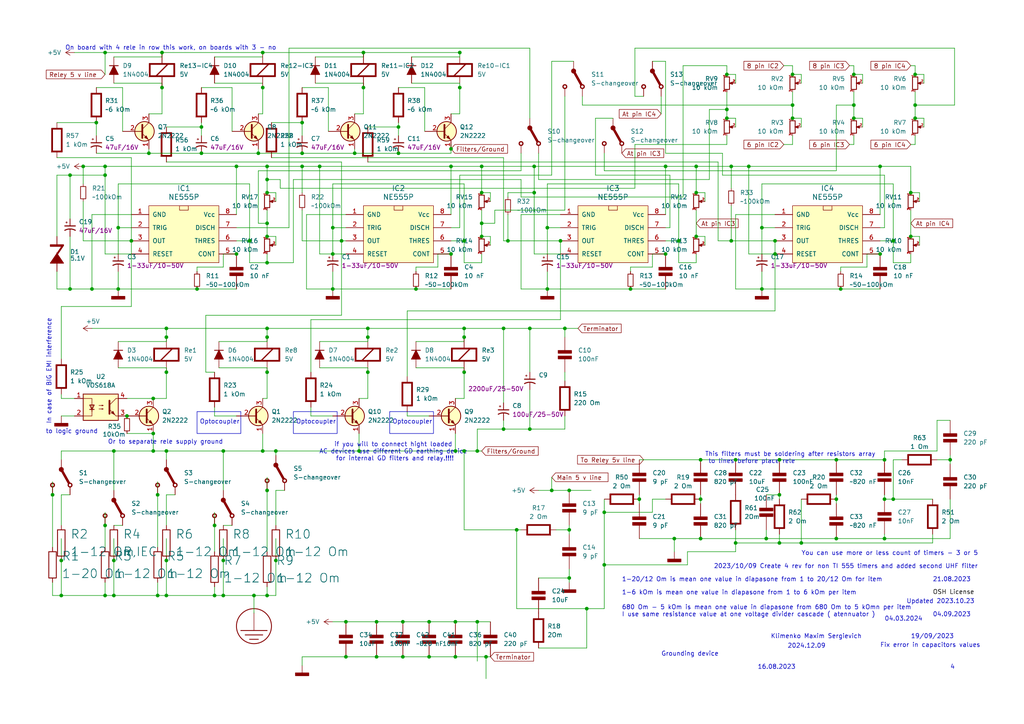
<source format=kicad_sch>
(kicad_sch (version 20231120) (generator "eeschema") (generator_version "8.0")
  (paper "A4")
  (junction (at 165.1 167.64))
  (junction (at 26.67 83.82))
  (junction (at 134.62 95.25))
  (junction (at 62.23 152.4))
  (junction (at 48.26 95.25))
  (junction (at 153.67 124.46))
  (junction (at 243.84 83.82))
  (junction (at 229.87 34.29))
  (junction (at 38.1 69.85))
  (junction (at 265.43 34.29))
  (junction (at 77.47 76.2))
  (junction (at 76.2 130.81))
  (junction (at 130.81 43.18))
  (junction (at 30.48 172.72))
  (junction (at 62.23 172.72))
  (junction (at 139.7 55.88))
  (junction (at 72.39 69.85))
  (junction (at 77.47 55.88))
  (junction (at 44.45 125.73))
  (junction (at 100.33 190.5))
  (junction (at 139.7 48.26))
  (junction (at 106.68 97.79))
  (junction (at 203.2 156.21))
  (junction (at 275.59 133.35))
  (junction (at 73.66 172.72))
  (junction (at 44.45 115.57))
  (junction (at 64.77 130.81))
  (junction (at 105.41 15.24))
  (junction (at 30.48 50.8))
  (junction (at 138.43 130.81))
  (junction (at 34.29 66.04))
  (junction (at 193.04 73.66))
  (junction (at 17.78 172.72))
  (junction (at 165.1 153.67))
  (junction (at 15.24 143.51))
  (junction (at 256.54 133.35))
  (junction (at 259.08 144.78))
  (junction (at 158.75 66.04))
  (junction (at 27.94 35.56))
  (junction (at 210.82 34.29))
  (junction (at 203.2 144.78))
  (junction (at 33.02 162.56))
  (junction (at 201.93 48.26))
  (junction (at 116.84 190.5))
  (junction (at 247.65 30.48))
  (junction (at 213.36 133.35))
  (junction (at 36.83 120.65))
  (junction (at 30.48 15.24))
  (junction (at 226.06 133.35))
  (junction (at 104.14 130.81))
  (junction (at 139.7 64.77))
  (junction (at 58.42 36.83))
  (junction (at 124.46 190.5))
  (junction (at 162.56 69.85))
  (junction (at 87.63 35.56))
  (junction (at 259.08 69.85))
  (junction (at 64.77 172.72))
  (junction (at 134.62 69.85))
  (junction (at 44.45 130.81))
  (junction (at 48.26 162.56))
  (junction (at 77.47 52.07))
  (junction (at 242.57 133.35))
  (junction (at 130.81 48.26))
  (junction (at 106.68 95.25))
  (junction (at 80.01 162.56))
  (junction (at 120.65 83.82))
  (junction (at 255.27 48.26))
  (junction (at 210.82 21.59))
  (junction (at 242.57 144.78))
  (junction (at 87.63 44.45))
  (junction (at 134.62 97.79))
  (junction (at 99.06 69.85))
  (junction (at 106.68 107.95))
  (junction (at 201.93 68.58))
  (junction (at 57.15 83.82))
  (junction (at 149.86 153.67))
  (junction (at 133.35 15.24))
  (junction (at 158.75 83.82))
  (junction (at 163.83 95.25))
  (junction (at 210.82 31.75))
  (junction (at 213.36 157.48))
  (junction (at 247.65 34.29))
  (junction (at 105.41 25.4))
  (junction (at 116.84 180.34))
  (junction (at 124.46 180.34))
  (junction (at 134.62 130.81))
  (junction (at 109.22 190.5))
  (junction (at 80.01 130.81))
  (junction (at 115.57 36.83))
  (junction (at 147.32 69.85))
  (junction (at 100.33 180.34))
  (junction (at 64.77 162.56))
  (junction (at 226.06 143.51))
  (junction (at 20.32 50.8))
  (junction (at 217.17 48.26))
  (junction (at 154.94 48.26))
  (junction (at 48.26 97.79))
  (junction (at 77.47 64.77))
  (junction (at 76.2 15.24))
  (junction (at 224.79 73.66))
  (junction (at 185.42 144.78))
  (junction (at 24.13 48.26))
  (junction (at 256.54 156.21))
  (junction (at 33.02 172.72))
  (junction (at 76.2 25.4))
  (junction (at 146.05 95.25))
  (junction (at 138.43 180.34))
  (junction (at 224.79 69.85))
  (junction (at 160.02 142.24))
  (junction (at 242.57 156.21))
  (junction (at 203.2 133.35))
  (junction (at 229.87 30.48))
  (junction (at 45.72 172.72))
  (junction (at 68.58 73.66))
  (junction (at 43.18 44.45))
  (junction (at 96.52 83.82))
  (junction (at 77.47 68.58))
  (junction (at 74.93 44.45))
  (junction (at 139.7 68.58))
  (junction (at 77.47 95.25))
  (junction (at 58.42 44.45))
  (junction (at 102.87 44.45))
  (junction (at 30.48 152.4))
  (junction (at 17.78 162.56))
  (junction (at 226.06 157.48))
  (junction (at 220.98 66.04))
  (junction (at 153.67 95.25))
  (junction (at 255.27 73.66))
  (junction (at 68.58 48.26))
  (junction (at 193.04 48.26))
  (junction (at 182.88 83.82))
  (junction (at 30.48 48.26))
  (junction (at 48.26 107.95))
  (junction (at 140.97 190.5))
  (junction (at 222.25 156.21))
  (junction (at 92.71 48.26))
  (junction (at 46.99 15.24))
  (junction (at 195.58 156.21))
  (junction (at 132.08 180.34))
  (junction (at 175.26 148.59))
  (junction (at 96.52 73.66))
  (junction (at 264.16 55.88))
  (junction (at 109.22 180.34))
  (junction (at 212.09 69.85))
  (junction (at 87.63 48.26))
  (junction (at 229.87 21.59))
  (junction (at 232.41 157.48))
  (junction (at 115.57 44.45))
  (junction (at 134.62 107.95))
  (junction (at 77.47 107.95))
  (junction (at 154.94 55.88))
  (junction (at 77.47 48.26))
  (junction (at 265.43 21.59))
  (junction (at 265.43 30.48))
  (junction (at 133.35 25.4))
  (junction (at 264.16 68.58))
  (junction (at 256.54 144.78))
  (junction (at 201.93 55.88))
  (junction (at 33.02 130.81))
  (junction (at 132.08 130.81))
  (junction (at 220.98 83.82))
  (junction (at 48.26 172.72))
  (junction (at 48.26 130.81))
  (junction (at 96.52 66.04))
  (junction (at 196.85 69.85))
  (junction (at 247.65 21.59))
  (junction (at 46.99 25.4))
  (junction (at 212.09 48.26))
  (junction (at 175.26 163.83))
  (junction (at 45.72 143.51))
  (junction (at 165.1 142.24))
  (junction (at 77.47 142.24))
  (junction (at 77.47 97.79))
  (junction (at 132.08 190.5))
  (junction (at 130.81 73.66))
  (junction (at 170.18 176.53))
  (junction (at 34.29 83.82))
  (junction (at 146.05 124.46))
  (junction (at 20.32 83.82))
  (junction (at 77.47 172.72))
  (wire (pts (xy 118.11 119.38) (xy 118.11 120.65)))
  (wire (pts (xy 80.01 142.24) (xy 82.55 142.24)))
  (wire (pts (xy 271.78 130.81) (xy 256.54 130.81)))
  (wire (pts (xy 123.19 25.4) (xy 123.19 38.1)))
  (wire (pts (xy 76.2 24.13) (xy 76.2 25.4)))
  (wire (pts (xy 34.29 106.68) (xy 48.26 106.68)))
  (wire (pts (xy 229.87 19.05) (xy 229.87 21.59)))
  (wire (pts (xy 156.21 187.96) (xy 170.18 187.96)))
  (wire (pts (xy 48.26 172.72) (xy 62.23 172.72)))
  (wire (pts (xy 186.69 27.94) (xy 184.15 27.94)))
  (wire (pts (xy 134.62 130.81) (xy 138.43 130.81)))
  (wire (pts (xy 46.99 15.24) (xy 46.99 16.51)))
  (wire (pts (xy 194.31 66.04) (xy 194.31 50.8)))
  (wire (pts (xy 247.65 19.05) (xy 247.65 21.59)))
  (wire (pts (xy 162.56 62.23) (xy 151.13 62.23)))
  (wire (pts (xy 226.06 133.35) (xy 242.57 133.35)))
  (wire (pts (xy 143.51 60.96) (xy 143.51 64.77)))
  (wire (pts (xy 17.78 130.81) (xy 33.02 130.81)))
  (wire (pts (xy 209.55 44.45) (xy 193.04 44.45)))
  (wire (pts (xy 140.97 190.5) (xy 142.24 190.5)))
  (wire (pts (xy 105.41 33.02) (xy 105.41 25.4)))
  (wire (pts (xy 30.48 73.66) (xy 38.1 73.66)))
  (wire (pts (xy 104.14 130.81) (xy 132.08 130.81)))
  (wire (pts (xy 124.46 180.34) (xy 132.08 180.34)))
  (wire (pts (xy 106.68 36.83) (xy 115.57 36.83)))
  (wire (pts (xy 213.36 36.83) (xy 213.36 34.29)))
  (wire (pts (xy 102.87 44.45) (xy 115.57 44.45)))
  (wire (pts (xy 222.25 143.51) (xy 226.06 143.51)))
  (wire (pts (xy 96.52 180.34) (xy 100.33 180.34)))
  (wire (pts (xy 27.94 44.45) (xy 43.18 44.45)))
  (wire (pts (xy 232.41 21.59) (xy 229.87 21.59)))
  (wire (pts (xy 266.7 71.12) (xy 266.7 68.58)))
  (wire (pts (xy 217.17 73.66) (xy 224.79 73.66)))
  (wire (pts (xy 134.62 130.81) (xy 134.62 153.67)))
  (wire (pts (xy 26.67 62.23) (xy 26.67 83.82)))
  (wire (pts (xy 58.42 35.56) (xy 58.42 36.83)))
  (wire (pts (xy 80.01 58.42) (xy 80.01 55.88)))
  (wire (pts (xy 118.11 120.65) (xy 124.46 120.65)))
  (wire (pts (xy 127 77.47) (xy 127 73.66)))
  (wire (pts (xy 72.39 76.2) (xy 77.47 76.2)))
  (wire (pts (xy 220.98 78.74) (xy 220.98 83.82)))
  (wire (pts (xy 105.41 24.13) (xy 105.41 25.4)))
  (wire (pts (xy 243.84 83.82) (xy 255.27 83.82)))
  (wire (pts (xy 184.15 41.91) (xy 184.15 54.61)))
  (wire (pts (xy 59.69 91.44) (xy 99.06 91.44)))
  (wire (pts (xy 33.02 16.51) (xy 46.99 16.51)))
  (wire (pts (xy 30.48 15.24) (xy 30.48 21.59)))
  (wire (pts (xy 92.71 106.68) (xy 106.68 106.68)))
  (wire (pts (xy 266.7 68.58) (xy 264.16 68.58)))
  (wire (pts (xy 198.12 19.05) (xy 198.12 57.15)))
  (wire (pts (xy 256.54 156.21) (xy 256.54 154.94)))
  (wire (pts (xy 265.43 26.67) (xy 265.43 30.48)))
  (wire (pts (xy 139.7 64.77) (xy 139.7 68.58)))
  (wire (pts (xy 20.32 68.58) (xy 20.32 83.82)))
  (wire (pts (xy 165.1 165.1) (xy 165.1 167.64)))
  (wire (pts (xy 105.41 15.24) (xy 133.35 15.24)))
  (wire (pts (xy 246.38 41.91) (xy 247.65 41.91)))
  (wire (pts (xy 17.78 104.14) (xy 17.78 88.9)))
  (wire (pts (xy 242.57 144.78) (xy 242.57 146.05)))
  (wire (pts (xy 168.91 30.48) (xy 229.87 30.48)))
  (wire (pts (xy 185.42 144.78) (xy 185.42 146.05)))
  (wire (pts (xy 73.66 172.72) (xy 73.66 177.8)))
  (wire (pts (xy 256.54 130.81) (xy 256.54 133.35)))
  (wire (pts (xy 220.98 66.04) (xy 220.98 53.34)))
  (wire (pts (xy 92.71 99.06) (xy 106.68 99.06)))
  (wire (pts (xy 77.47 142.24) (xy 77.47 160.02)))
  (wire (pts (xy 77.47 64.77) (xy 77.47 68.58)))
  (wire (pts (xy 168.91 27.94) (xy 168.91 30.48)))
  (wire (pts (xy 259.08 133.35) (xy 261.62 133.35)))
  (wire (pts (xy 232.41 157.48) (xy 270.51 157.48)))
  (wire (pts (xy 259.08 76.2) (xy 259.08 69.85)))
  (wire (pts (xy 132.08 130.81) (xy 134.62 130.81)))
  (wire (pts (xy 58.42 44.45) (xy 74.93 44.45)))
  (wire (pts (xy 16.51 50.8) (xy 20.32 50.8)))
  (wire (pts (xy 106.68 115.57) (xy 106.68 107.95)))
  (wire (pts (xy 106.68 99.06) (xy 106.68 97.79)))
  (wire (pts (xy 243.84 77.47) (xy 251.46 77.47)))
  (wire (pts (xy 201.93 48.26) (xy 212.09 48.26)))
  (wire (pts (xy 30.48 172.72) (xy 33.02 172.72)))
  (wire (pts (xy 80.01 162.56) (xy 80.01 172.72)))
  (wire (pts (xy 163.83 27.94) (xy 163.83 60.96)))
  (wire (pts (xy 255.27 48.26) (xy 264.16 48.26)))
  (wire (pts (xy 74.93 44.45) (xy 74.93 43.18)))
  (wire (pts (xy 158.75 66.04) (xy 158.75 53.34)))
  (wire (pts (xy 213.36 21.59) (xy 210.82 21.59)))
  (wire (pts (xy 163.83 107.95) (xy 163.83 110.49)))
  (wire (pts (xy 203.2 143.51) (xy 203.2 144.78)))
  (wire (pts (xy 224.79 69.85) (xy 212.09 69.85)))
  (wire (pts (xy 64.77 162.56) (xy 64.77 172.72)))
  (wire (pts (xy 20.32 63.5) (xy 20.32 50.8)))
  (wire (pts (xy 87.63 60.96) (xy 87.63 69.85)))
  (wire (pts (xy 182.88 77.47) (xy 189.23 77.47)))
  (wire (pts (xy 134.62 107.95) (xy 134.62 115.57)))
  (wire (pts (xy 17.78 115.57) (xy 17.78 114.3)))
  (wire (pts (xy 212.09 69.85) (xy 208.28 69.85)))
  (wire (pts (xy 199.39 163.83) (xy 175.26 163.83)))
  (wire (pts (xy 38.1 69.85) (xy 38.1 88.9)))
  (wire (pts (xy 83.82 66.04) (xy 83.82 13.97)))
  (wire (pts (xy 44.45 130.81) (xy 33.02 130.81)))
  (wire (pts (xy 193.04 48.26) (xy 201.93 48.26)))
  (wire (pts (xy 76.2 33.02) (xy 76.2 25.4)))
  (wire (pts (xy 275.59 121.92) (xy 271.78 121.92)))
  (wire (pts (xy 119.38 16.51) (xy 133.35 16.51)))
  (wire (pts (xy 213.36 24.13) (xy 213.36 21.59)))
  (wire (pts (xy 210.82 31.75) (xy 210.82 34.29)))
  (wire (pts (xy 134.62 97.79) (xy 134.62 99.06)))
  (wire (pts (xy 48.26 130.81) (xy 44.45 130.81)))
  (wire (pts (xy 45.72 168.91) (xy 45.72 172.72)))
  (wire (pts (xy 251.46 73.66) (xy 255.27 73.66)))
  (wire (pts (xy 48.26 156.21) (xy 48.26 162.56)))
  (wire (pts (xy 163.83 95.25) (xy 163.83 97.79)))
  (wire (pts (xy 76.2 130.81) (xy 80.01 130.81)))
  (wire (pts (xy 44.45 125.73) (xy 44.45 130.81)))
  (wire (pts (xy 212.09 59.69) (xy 212.09 69.85)))
  (wire (pts (xy 266.7 55.88) (xy 264.16 55.88)))
  (wire (pts (xy 158.75 66.04) (xy 162.56 66.04)))
  (wire (pts (xy 48.26 95.25) (xy 48.26 97.79)))
  (wire (pts (xy 62.23 120.65) (xy 68.58 120.65)))
  (wire (pts (xy 120.65 77.47) (xy 127 77.47)))
  (wire (pts (xy 250.19 36.83) (xy 250.19 34.29)))
  (wire (pts (xy 77.47 170.18) (xy 77.47 172.72)))
  (wire (pts (xy 140.97 196.85) (xy 140.97 190.5)))
  (wire (pts (xy 16.51 83.82) (xy 20.32 83.82)))
  (wire (pts (xy 34.29 66.04) (xy 34.29 53.34)))
  (wire (pts (xy 26.67 83.82) (xy 34.29 83.82)))
  (wire (pts (xy 196.85 76.2) (xy 196.85 69.85)))
  (wire (pts (xy 226.06 154.94) (xy 226.06 157.48)))
  (wire (pts (xy 153.67 124.46) (xy 153.67 113.03)))
  (wire (pts (xy 88.9 62.23) (xy 88.9 83.82)))
  (wire (pts (xy 189.23 77.47) (xy 189.23 73.66)))
  (wire (pts (xy 15.24 168.91) (xy 15.24 172.72)))
  (wire (pts (xy 34.29 78.74) (xy 34.29 83.82)))
  (wire (pts (xy 62.23 16.51) (xy 76.2 16.51)))
  (wire (pts (xy 62.23 170.18) (xy 62.23 172.72)))
  (wire (pts (xy 242.57 133.35) (xy 256.54 133.35)))
  (wire (pts (xy 226.06 157.48) (xy 232.41 157.48)))
  (wire (pts (xy 220.98 66.04) (xy 224.79 66.04)))
  (wire (pts (xy 77.47 99.06) (xy 77.47 97.79)))
  (wire (pts (xy 213.36 160.02) (xy 199.39 160.02)))
  (wire (pts (xy 64.77 130.81) (xy 76.2 130.81)))
  (wire (pts (xy 247.65 26.67) (xy 247.65 30.48)))
  (wire (pts (xy 33.02 156.21) (xy 33.02 162.56)))
  (wire (pts (xy 212.09 48.26) (xy 212.09 54.61)))
  (wire (pts (xy 265.43 39.37) (xy 265.43 41.91)))
  (wire (pts (xy 184.15 54.61) (xy 81.28 54.61)))
  (wire (pts (xy 265.43 19.05) (xy 265.43 21.59)))
  (wire (pts (xy 264.16 48.26) (xy 264.16 55.88)))
  (wire (pts (xy 139.7 60.96) (xy 139.7 64.77)))
  (wire (pts (xy 130.81 41.91) (xy 130.81 43.18)))
  (wire (pts (xy 158.75 78.74) (xy 158.75 83.82)))
  (wire (pts (xy 259.08 53.34) (xy 259.08 69.85)))
  (wire (pts (xy 243.84 78.74) (xy 243.84 77.47)))
  (wire (pts (xy 87.63 190.5) (xy 100.33 190.5)))
  (wire (pts (xy 36.83 125.73) (xy 44.45 125.73)))
  (wire (pts (xy 232.41 144.78) (xy 232.41 157.48)))
  (wire (pts (xy 87.63 193.04) (xy 87.63 190.5)))
  (wire (pts (xy 162.56 69.85) (xy 162.56 92.71)))
  (wire (pts (xy 201.93 76.2) (xy 196.85 76.2)))
  (wire (pts (xy 91.44 16.51) (xy 105.41 16.51)))
  (wire (pts (xy 83.82 13.97) (xy 153.67 13.97)))
  (wire (pts (xy 184.15 27.94) (xy 184.15 13.97)))
  (wire (pts (xy 116.84 190.5) (xy 124.46 190.5)))
  (wire (pts (xy 153.67 95.25) (xy 163.83 95.25)))
  (wire (pts (xy 204.47 55.88) (xy 201.93 55.88)))
  (wire (pts (xy 256.54 143.51) (xy 256.54 144.78)))
  (wire (pts (xy 134.62 106.68) (xy 134.62 107.95)))
  (wire (pts (xy 276.86 13.97) (xy 276.86 30.48)))
  (wire (pts (xy 256.54 156.21) (xy 275.59 156.21)))
  (wire (pts (xy 204.47 71.12) (xy 204.47 68.58)))
  (wire (pts (xy 80.01 142.24) (xy 80.01 152.4)))
  (wire (pts (xy 100.33 180.34) (xy 109.22 180.34)))
  (wire (pts (xy 15.24 139.7) (xy 15.24 143.51)))
  (wire (pts (xy 64.77 73.66) (xy 68.58 73.66)))
  (wire (pts (xy 275.59 144.78) (xy 275.59 156.21)))
  (wire (pts (xy 35.56 25.4) (xy 35.56 38.1)))
  (wire (pts (xy 27.94 25.4) (xy 35.56 25.4)))
  (wire (pts (xy 118.11 90.17) (xy 224.79 90.17)))
  (wire (pts (xy 160.02 142.24) (xy 165.1 142.24)))
  (wire (pts (xy 213.36 153.67) (xy 213.36 157.48)))
  (wire (pts (xy 133.35 50.8) (xy 160.02 50.8)))
  (wire (pts (xy 220.98 83.82) (xy 243.84 83.82)))
  (wire (pts (xy 138.43 124.46) (xy 146.05 124.46)))
  (wire (pts (xy 96.52 83.82) (xy 120.65 83.82)))
  (wire (pts (xy 92.71 73.66) (xy 92.71 48.26)))
  (wire (pts (xy 267.97 21.59) (xy 265.43 21.59)))
  (wire (pts (xy 246.38 19.05) (xy 247.65 19.05)))
  (wire (pts (xy 154.94 73.66) (xy 162.56 73.66)))
  (wire (pts (xy 259.08 144.78) (xy 270.51 144.78)))
  (wire (pts (xy 212.09 48.26) (xy 217.17 48.26)))
  (wire (pts (xy 17.78 130.81) (xy 17.78 133.35)))
  (wire (pts (xy 30.48 148.59) (xy 30.48 152.4)))
  (wire (pts (xy 133.35 33.02) (xy 133.35 25.4)))
  (wire (pts (xy 250.19 21.59) (xy 247.65 21.59)))
  (wire (pts (xy 213.36 34.29) (xy 210.82 34.29)))
  (wire (pts (xy 34.29 66.04) (xy 38.1 66.04)))
  (wire (pts (xy 203.2 133.35) (xy 213.36 133.35)))
  (wire (pts (xy 224.79 69.85) (xy 224.79 73.66)))
  (wire (pts (xy 77.47 138.43) (xy 77.47 142.24)))
  (wire (pts (xy 193.04 17.78) (xy 189.23 17.78)))
  (wire (pts (xy 68.58 48.26) (xy 68.58 62.23)))
  (wire (pts (xy 154.94 55.88) (xy 154.94 48.26)))
  (wire (pts (xy 59.69 107.95) (xy 59.69 91.44)))
  (wire (pts (xy 46.99 25.4) (xy 46.99 33.02)))
  (wire (pts (xy 204.47 58.42) (xy 204.47 55.88)))
  (wire (pts (xy 90.17 92.71) (xy 162.56 92.71)))
  (wire (pts (xy 17.78 88.9) (xy 38.1 88.9)))
  (wire (pts (xy 146.05 95.25) (xy 146.05 116.84)))
  (wire (pts (xy 15.24 172.72) (xy 17.78 172.72)))
  (wire (pts (xy 77.47 172.72) (xy 80.01 172.72)))
  (wire (pts (xy 80.01 55.88) (xy 77.47 55.88)))
  (wire (pts (xy 213.36 133.35) (xy 226.06 133.35)))
  (wire (pts (xy 203.2 156.21) (xy 222.25 156.21)))
  (wire (pts (xy 132.08 180.34) (xy 138.43 180.34)))
  (wire (pts (xy 64.77 172.72) (xy 73.66 172.72)))
  (wire (pts (xy 48.26 130.81) (xy 64.77 130.81)))
  (wire (pts (xy 64.77 77.47) (xy 64.77 73.66)))
  (wire (pts (xy 77.47 48.26) (xy 77.47 52.07)))
  (wire (pts (xy 15.24 143.51) (xy 15.24 158.75)))
  (wire (pts (xy 153.67 124.46) (xy 163.83 124.46)))
  (wire (pts (xy 189.23 144.78) (xy 189.23 148.59)))
  (wire (pts (xy 16.51 78.74) (xy 16.51 83.82)))
  (wire (pts (xy 163.83 60.96) (xy 143.51 60.96)))
  (wire (pts (xy 115.57 25.4) (xy 123.19 25.4)))
  (wire (pts (xy 115.57 44.45) (xy 130.81 44.45)))
  (wire (pts (xy 26.67 95.25) (xy 48.26 95.25)))
  (wire (pts (xy 34.29 83.82) (xy 57.15 83.82)))
  (wire (pts (xy 132.08 125.73) (xy 132.08 130.81)))
  (wire (pts (xy 33.02 24.13) (xy 46.99 24.13)))
  (wire (pts (xy 193.04 66.04) (xy 194.31 66.04)))
  (wire (pts (xy 134.62 76.2) (xy 134.62 69.85)))
  (wire (pts (xy 146.05 124.46) (xy 153.67 124.46)))
  (wire (pts (xy 74.93 44.45) (xy 87.63 44.45)))
  (wire (pts (xy 175.26 148.59) (xy 175.26 163.83)))
  (wire (pts (xy 217.17 73.66) (xy 217.17 48.26)))
  (wire (pts (xy 100.33 69.85) (xy 99.06 69.85)))
  (wire (pts (xy 100.33 62.23) (xy 88.9 62.23)))
  (wire (pts (xy 142.24 71.12) (xy 142.24 68.58)))
  (wire (pts (xy 267.97 36.83) (xy 267.97 34.29)))
  (wire (pts (xy 232.41 24.13) (xy 232.41 21.59)))
  (wire (pts (xy 48.26 143.51) (xy 48.26 152.4)))
  (wire (pts (xy 118.11 109.22) (xy 118.11 90.17)))
  (wire (pts (xy 63.5 99.06) (xy 77.47 99.06)))
  (wire (pts (xy 96.52 66.04) (xy 96.52 53.34)))
  (wire (pts (xy 229.87 30.48) (xy 229.87 34.29)))
  (wire (pts (xy 95.25 25.4) (xy 95.25 38.1)))
  (wire (pts (xy 139.7 48.26) (xy 154.94 48.26)))
  (wire (pts (xy 175.26 49.53) (xy 242.57 49.53)))
  (wire (pts (xy 160.02 17.78) (xy 166.37 17.78)))
  (wire (pts (xy 24.13 48.26) (xy 24.13 53.34)))
  (wire (pts (xy 96.52 73.66) (xy 96.52 66.04)))
  (wire (pts (xy 147.32 55.88) (xy 154.94 55.88)))
  (wire (pts (xy 76.2 125.73) (xy 76.2 130.81)))
  (wire (pts (xy 27.94 35.56) (xy 27.94 39.37)))
  (wire (pts (xy 158.75 73.66) (xy 158.75 66.04)))
  (wire (pts (xy 210.82 26.67) (xy 210.82 31.75)))
  (wire (pts (xy 133.35 66.04) (xy 133.35 50.8)))
  (wire (pts (xy 62.23 118.11) (xy 62.23 120.65)))
  (wire (pts (xy 87.63 69.85) (xy 99.06 69.85)))
  (wire (pts (xy 77.47 73.66) (xy 77.47 76.2)))
  (wire (pts (xy 57.15 78.74) (xy 57.15 77.47)))
  (wire (pts (xy 154.94 73.66) (xy 154.94 55.88)))
  (wire (pts (xy 151.13 57.15) (xy 151.13 52.07)))
  (wire (pts (xy 62.23 24.13) (xy 76.2 24.13)))
  (wire (pts (xy 130.81 43.18) (xy 130.81 44.45)))
  (wire (pts (xy 220.98 73.66) (xy 220.98 66.04)))
  (wire (pts (xy 43.18 33.02) (xy 46.99 33.02)))
  (wire (pts (xy 119.38 24.13) (xy 133.35 24.13)))
  (wire (pts (xy 224.79 73.66) (xy 224.79 90.17)))
  (wire (pts (xy 30.48 15.24) (xy 46.99 15.24)))
  (wire (pts (xy 99.06 69.85) (xy 99.06 46.99)))
  (wire (pts (xy 199.39 160.02) (xy 199.39 163.83)))
  (wire (pts (xy 210.82 41.91) (xy 184.15 41.91)))
  (wire (pts (xy 134.62 69.85) (xy 130.81 69.85)))
  (wire (pts (xy 156.21 142.24) (xy 160.02 142.24)))
  (wire (pts (xy 100.33 190.5) (xy 109.22 190.5)))
  (wire (pts (xy 265.43 30.48) (xy 265.43 34.29)))
  (wire (pts (xy 58.42 25.4) (xy 67.31 25.4)))
  (wire (pts (xy 142.24 58.42) (xy 142.24 55.88)))
  (wire (pts (xy 213.36 157.48) (xy 226.06 157.48)))
  (wire (pts (xy 182.88 78.74) (xy 182.88 77.47)))
  (wire (pts (xy 20.32 50.8) (xy 30.48 50.8)))
  (wire (pts (xy 156.21 167.64) (xy 165.1 167.64)))
  (wire (pts (xy 229.87 26.67) (xy 229.87 30.48)))
  (wire (pts (xy 24.13 48.26) (xy 30.48 48.26)))
  (wire (pts (xy 62.23 152.4) (xy 62.23 160.02)))
  (wire (pts (xy 264.16 19.05) (xy 265.43 19.05)))
  (wire (pts (xy 160.02 138.43) (xy 160.02 142.24)))
  (wire (pts (xy 57.15 77.47) (xy 64.77 77.47)))
  (wire (pts (xy 120.65 78.74) (xy 120.65 77.47)))
  (wire (pts (xy 48.26 97.79) (xy 48.26 99.06)))
  (wire (pts (xy 227.33 41.91) (xy 229.87 41.91)))
  (wire (pts (xy 17.78 115.57) (xy 21.59 115.57)))
  (wire (pts (xy 17.78 143.51) (xy 17.78 152.4)))
  (wire (pts (xy 270.51 154.94) (xy 270.51 157.48)))
  (wire (pts (xy 195.58 156.21) (xy 195.58 160.02)))
  (wire (pts (xy 158.75 53.34) (xy 196.85 53.34)))
  (wire (pts (xy 266.7 58.42) (xy 266.7 55.88)))
  (wire (pts (xy 201.93 73.66) (xy 201.93 76.2)))
  (wire (pts (xy 132.08 115.57) (xy 134.62 115.57)))
  (wire (pts (xy 92.71 48.26) (xy 130.81 48.26)))
  (wire (pts (xy 217.17 48.26) (xy 255.27 48.26)))
  (wire (pts (xy 170.18 176.53) (xy 149.86 176.53)))
  (wire (pts (xy 175.26 163.83) (xy 175.26 176.53)))
  (wire (pts (xy 90.17 118.11) (xy 90.17 120.65)))
  (wire (pts (xy 76.2 115.57) (xy 77.47 115.57)))
  (wire (pts (xy 17.78 162.56) (xy 17.78 172.72)))
  (wire (pts (xy 130.81 33.02) (xy 133.35 33.02)))
  (wire (pts (xy 151.13 62.23) (xy 151.13 83.82)))
  (wire (pts (xy 134.62 95.25) (xy 134.62 97.79)))
  (wire (pts (xy 73.66 172.72) (xy 77.47 172.72)))
  (wire (pts (xy 48.26 143.51) (xy 50.8 143.51)))
  (wire (pts (xy 102.87 33.02) (xy 105.41 33.02)))
  (wire (pts (xy 196.85 53.34) (xy 196.85 69.85)))
  (wire (pts (xy 156.21 52.07) (xy 205.74 52.07)))
  (wire (pts (xy 34.29 99.06) (xy 48.26 99.06)))
  (wire (pts (xy 271.78 121.92) (xy 271.78 130.81)))
  (wire (pts (xy 255.27 66.04) (xy 256.54 66.04)))
  (wire (pts (xy 96.52 66.04) (xy 100.33 66.04)))
  (wire (pts (xy 45.72 143.51) (xy 45.72 158.75)))
  (wire (pts (xy 116.84 180.34) (xy 124.46 180.34)))
  (wire (pts (xy 33.02 152.4) (xy 35.56 152.4)))
  (wire (pts (xy 203.2 144.78) (xy 203.2 146.05)))
  (wire (pts (xy 175.26 144.78) (xy 175.26 148.59)))
  (wire (pts (xy 88.9 83.82) (xy 96.52 83.82)))
  (wire (pts (xy 77.47 106.68) (xy 77.47 107.95)))
  (wire (pts (xy 74.93 49.53) (xy 74.93 64.77)))
  (wire (pts (xy 62.23 107.95) (xy 59.69 107.95)))
  (wire (pts (xy 205.74 31.75) (xy 210.82 31.75)))
  (wire (pts (xy 46.99 15.24) (xy 76.2 15.24)))
  (wire (pts (xy 194.31 50.8) (xy 172.72 50.8)))
  (wire (pts (xy 48.26 36.83) (xy 58.42 36.83)))
  (wire (pts (xy 184.15 13.97) (xy 276.86 13.97)))
  (wire (pts (xy 222.25 156.21) (xy 242.57 156.21)))
  (wire (pts (xy 80.01 130.81) (xy 104.14 130.81)))
  (wire (pts (xy 87.63 48.26) (xy 87.63 55.88)))
  (wire (pts (xy 250.19 24.13) (xy 250.19 21.59)))
  (wire (pts (xy 78.74 45.72) (xy 146.05 45.72)))
  (wire (pts (xy 247.65 30.48) (xy 247.65 34.29)))
  (wire (pts (xy 72.39 76.2) (xy 72.39 69.85)))
  (wire (pts (xy 124.46 190.5) (xy 132.08 190.5)))
  (wire (pts (xy 146.05 69.85) (xy 147.32 69.85)))
  (wire (pts (xy 227.33 19.05) (xy 229.87 19.05)))
  (wire (pts (xy 193.04 44.45) (xy 193.04 17.78)))
  (wire (pts (xy 143.51 64.77) (xy 139.7 64.77)))
  (wire (pts (xy 104.14 125.73) (xy 104.14 130.81)))
  (wire (pts (xy 17.78 156.21) (xy 17.78 162.56)))
  (wire (pts (xy 158.75 83.82) (xy 182.88 83.82)))
  (wire (pts (xy 264.16 76.2) (xy 259.08 76.2)))
  (wire (pts (xy 74.93 64.77) (xy 77.47 64.77)))
  (wire (pts (xy 165.1 142.24) (xy 171.45 142.24)))
  (wire (pts (xy 106.68 46.99) (xy 208.28 46.99)))
  (wire (pts (xy 115.57 35.56) (xy 115.57 36.83)))
  (wire (pts (xy 247.65 39.37) (xy 247.65 41.91)))
  (wire (pts (xy 44.45 115.57) (xy 48.26 115.57)))
  (wire (pts (xy 109.22 180.34) (xy 116.84 180.34)))
  (wire (pts (xy 182.88 83.82) (xy 193.04 83.82)))
  (wire (pts (xy 33.02 162.56) (xy 33.02 172.72)))
  (wire (pts (xy 77.47 95.25) (xy 77.47 97.79)))
  (wire (pts (xy 220.98 53.34) (xy 259.08 53.34)))
  (wire (pts (xy 242.57 143.51) (xy 242.57 144.78)))
  (wire (pts (xy 170.18 187.96) (xy 170.18 176.53)))
  (wire (pts (xy 120.65 106.68) (xy 134.62 106.68)))
  (wire (pts (xy 142.24 55.88) (xy 139.7 55.88)))
  (wire (pts (xy 229.87 39.37) (xy 229.87 41.91)))
  (wire (pts (xy 30.48 50.8) (xy 30.48 48.26)))
  (wire (pts (xy 139.7 73.66) (xy 139.7 76.2)))
  (wire (pts (xy 33.02 130.81) (xy 33.02 142.24)))
  (wire (pts (xy 77.47 52.07) (xy 77.47 55.88)))
  (wire (pts (xy 43.18 44.45) (xy 58.42 44.45)))
  (wire (pts (xy 62.23 148.59) (xy 62.23 152.4)))
  (wire (pts (xy 76.2 15.24) (xy 105.41 15.24)))
  (wire (pts (xy 224.79 62.23) (xy 213.36 62.23)))
  (wire (pts (xy 106.68 106.68) (xy 106.68 107.95)))
  (wire (pts (xy 81.28 52.07) (xy 77.47 52.07)))
  (wire (pts (xy 77.47 95.25) (xy 106.68 95.25)))
  (wire (pts (xy 21.59 15.24) (xy 30.48 15.24)))
  (wire (pts (xy 267.97 34.29) (xy 265.43 34.29)))
  (wire (pts (xy 149.86 153.67) (xy 149.86 176.53)))
  (wire (pts (xy 48.26 130.81) (xy 48.26 133.35)))
  (wire (pts (xy 275.59 133.35) (xy 275.59 134.62)))
  (wire (pts (xy 72.39 53.34) (xy 72.39 69.85)))
  (wire (pts (xy 151.13 49.53) (xy 74.93 49.53)))
  (wire (pts (xy 43.18 44.45) (xy 43.18 43.18)))
  (wire (pts (xy 185.42 143.51) (xy 185.42 144.78)))
  (wire (pts (xy 134.62 95.25) (xy 146.05 95.25)))
  (wire (pts (xy 104.14 115.57) (xy 106.68 115.57)))
  (wire (pts (xy 147.32 69.85) (xy 162.56 69.85)))
  (wire (pts (xy 161.29 153.67) (xy 165.1 153.67)))
  (wire (pts (xy 90.17 107.95) (xy 90.17 92.71)))
  (wire (pts (xy 58.42 36.83) (xy 58.42 39.37)))
  (wire (pts (xy 68.58 48.26) (xy 77.47 48.26)))
  (wire (pts (xy 165.1 167.64) (xy 165.1 168.91)))
  (wire (pts (xy 130.81 48.26) (xy 139.7 48.26)))
  (wire (pts (xy 96.52 53.34) (xy 134.62 53.34)))
  (wire (pts (xy 189.23 148.59) (xy 175.26 148.59)))
  (wire (pts (xy 17.78 143.51) (xy 20.32 143.51)))
  (wire (pts (xy 48.26 107.95) (xy 48.26 115.57)))
  (wire (pts (xy 64.77 142.24) (xy 64.77 130.81)))
  (wire (pts (xy 38.1 45.72) (xy 38.1 69.85)))
  (wire (pts (xy 67.31 25.4) (xy 67.31 38.1)))
  (wire (pts (xy 213.36 62.23) (xy 213.36 83.82)))
  (wire (pts (xy 87.63 25.4) (xy 95.25 25.4)))
  (wire (pts (xy 77.47 115.57) (xy 77.47 107.95)))
  (wire (pts (xy 87.63 44.45) (xy 102.87 44.45)))
  (wire (pts (xy 210.82 39.37) (xy 210.82 41.91)))
  (wire (pts (xy 175.26 44.45) (xy 175.26 49.53)))
  (wire (pts (xy 48.26 162.56) (xy 48.26 172.72)))
  (wire (pts (xy 201.93 60.96) (xy 201.93 68.58)))
  (wire (pts (xy 205.74 52.07) (xy 205.74 31.75)))
  (wire (pts (xy 24.13 69.85) (xy 38.1 69.85)))
  (wire (pts (xy 120.65 99.06) (xy 134.62 99.06)))
  (wire (pts (xy 198.12 57.15) (xy 151.13 57.15)))
  (wire (pts (xy 30.48 48.26) (xy 68.58 48.26)))
  (wire (pts (xy 232.41 36.83) (xy 232.41 34.29)))
  (wire (pts (xy 78.74 35.56) (xy 87.63 35.56)))
  (wire (pts (xy 138.43 180.34) (xy 142.24 180.34)))
  (wire (pts (xy 213.36 83.82) (xy 220.98 83.82)))
  (wire (pts (xy 92.71 73.66) (xy 96.52 73.66)))
  (wire (pts (xy 20.32 83.82) (xy 26.67 83.82)))
  (wire (pts (xy 46.99 24.13) (xy 46.99 25.4)))
  (wire (pts (xy 151.13 153.67) (xy 149.86 153.67)))
  (wire (pts (xy 196.85 69.85) (xy 193.04 69.85)))
  (wire (pts (xy 62.23 172.72) (xy 64.77 172.72)))
  (wire (pts (xy 106.68 95.25) (xy 106.68 97.79)))
  (wire (pts (xy 17.78 172.72) (xy 30.48 172.72)))
  (wire (pts (xy 208.28 69.85) (xy 208.28 46.99)))
  (wire (pts (xy 151.13 83.82) (xy 158.75 83.82)))
  (wire (pts (xy 146.05 121.92) (xy 146.05 124.46)))
  (wire (pts (xy 16.51 45.72) (xy 38.1 45.72)))
  (wire (pts (xy 48.26 95.25) (xy 77.47 95.25)))
  (wire (pts (xy 175.26 176.53) (xy 170.18 176.53)))
  (wire (pts (xy 165.1 153.67) (xy 165.1 154.94)))
  (wire (pts (xy 222.25 153.67) (xy 222.25 156.21)))
  (wire (pts (xy 38.1 62.23) (xy 26.67 62.23)))
  (wire (pts (xy 242.57 156.21) (xy 256.54 156.21)))
  (wire (pts (xy 109.22 190.5) (xy 116.84 190.5)))
  (wire (pts (xy 156.21 44.45) (xy 156.21 52.07)))
  (wire (pts (xy 63.5 106.68) (xy 77.47 106.68)))
  (wire (pts (xy 30.48 73.66) (xy 30.48 50.8)))
  (wire (pts (xy 185.42 156.21) (xy 195.58 156.21)))
  (wire (pts (xy 30.48 168.91) (xy 30.48 172.72)))
  (wire (pts (xy 102.87 44.45) (xy 102.87 43.18)))
  (wire (pts (xy 133.35 24.13) (xy 133.35 25.4)))
  (wire (pts (xy 134.62 53.34) (xy 134.62 69.85)))
  (wire (pts (xy 264.16 60.96) (xy 264.16 68.58)))
  (wire (pts (xy 36.83 115.57) (xy 44.45 115.57)))
  (wire (pts (xy 147.32 57.15) (xy 147.32 55.88)))
  (wire (pts (xy 105.41 15.24) (xy 105.41 16.51)))
  (wire (pts (xy 48.26 106.68) (xy 48.26 107.95)))
  (wire (pts (xy 213.36 157.48) (xy 213.36 160.02)))
  (wire (pts (xy 195.58 156.21) (xy 203.2 156.21)))
  (wire (pts (xy 132.08 190.5) (xy 140.97 190.5)))
  (wire (pts (xy 90.17 120.65) (xy 96.52 120.65)))
  (wire (pts (xy 264.16 41.91) (xy 265.43 41.91)))
  (wire (pts (xy 193.04 144.78) (xy 189.23 144.78)))
  (wire (pts (xy 34.29 73.66) (xy 34.29 66.04)))
  (wire (pts (xy 163.83 95.25) (xy 167.64 95.25)))
  (wire (pts (xy 259.08 69.85) (xy 255.27 69.85)))
  (wire (pts (xy 130.81 66.04) (xy 133.35 66.04)))
  (wire (pts (xy 87.63 35.56) (xy 87.63 39.37)))
  (wire (pts (xy 226.06 144.78) (xy 226.06 143.51)))
  (wire (pts (xy 106.68 95.25) (xy 134.62 95.25)))
  (wire (pts (xy 45.72 139.7) (xy 45.72 143.51)))
  (wire (pts (xy 77.47 48.26) (xy 87.63 48.26)))
  (wire (pts (xy 80.01 130.81) (xy 80.01 132.08)))
  (wire (pts (xy 33.02 172.72) (xy 45.72 172.72)))
  (wire (pts (xy 146.05 69.85) (xy 146.05 45.72)))
  (wire (pts (xy 72.39 69.85) (xy 68.58 69.85)))
  (wire (pts (xy 276.86 30.48) (xy 265.43 30.48)))
  (wire (pts (xy 24.13 58.42) (xy 24.13 69.85)))
  (wire (pts (xy 77.47 76.2) (xy 85.09 76.2)))
  (wire (pts (xy 210.82 19.05) (xy 198.12 19.05)))
  (wire (pts (xy 191.77 27.94) (xy 191.77 33.02)))
  (wire (pts (xy 242.57 30.48) (xy 247.65 30.48)))
  (wire (pts (xy 17.78 120.65) (xy 21.59 120.65)))
  (wire (pts (xy 160.02 50.8) (xy 160.02 17.78)))
  (wire (pts (xy 138.43 130.81) (xy 139.7 130.81)))
  (wire (pts (xy 275.59 132.08) (xy 275.59 133.35)))
  (wire (pts (xy 91.44 24.13) (xy 105.41 24.13)))
  (wire (pts (xy 81.28 54.61) (xy 81.28 52.07)))
  (wire (pts (xy 154.94 48.26) (xy 193.04 48.26)))
  (wire (pts (xy 163.83 120.65) (xy 163.83 124.46)))
  (wire (pts (xy 210.82 19.05) (xy 210.82 21.59)))
  (wire (pts (xy 259.08 144.78) (xy 256.54 144.78)))
  (wire (pts (xy 189.23 73.66) (xy 193.04 73.66)))
  (wire (pts (xy 153.67 95.25) (xy 153.67 107.95)))
  (wire (pts (xy 130.81 48.26) (xy 130.81 62.23)))
  (wire (pts (xy 64.77 152.4) (xy 67.31 152.4)))
  (wire (pts (xy 139.7 48.26) (xy 139.7 55.88)))
  (wire (pts (xy 201.93 48.26) (xy 201.93 55.88)))
  (wire (pts (xy 16.51 35.56) (xy 27.94 35.56)))
  (wire (pts (xy 267.97 24.13) (xy 267.97 21.59)))
  (wire (pts (xy 151.13 52.07) (xy 85.09 52.07)))
  (wire (pts (xy 30.48 152.4) (xy 30.48 158.75)))
  (wire (pts (xy 264.16 73.66) (xy 264.16 76.2)))
  (wire (pts (xy 133.35 15.24) (xy 133.35 16.51)))
  (wire (pts (xy 172.72 50.8) (xy 172.72 34.29)))
  (wire (pts (xy 57.15 83.82) (xy 68.58 83.82)))
  (wire (pts (xy 76.2 15.24) (xy 76.2 16.51)))
  (wire (pts (xy 120.65 83.82) (xy 130.81 83.82)))
  (wire (pts (xy 147.32 62.23) (xy 147.32 69.85)))
  (wire (pts (xy 80.01 156.21) (xy 80.01 162.56)))
  (wire (pts (xy 48.26 46.99) (xy 99.06 46.99)))
  (wire (pts (xy 96.52 78.74) (xy 96.52 83.82)))
  (wire (pts (xy 251.46 77.47) (xy 251.46 73.66)))
  (wire (pts (xy 172.72 34.29) (xy 177.8 34.29)))
  (wire (pts (xy 34.29 53.34) (xy 72.39 53.34)))
  (wire (pts (xy 99.06 69.85) (xy 99.06 91.44)))
  (wire (pts (xy 271.78 133.35) (xy 275.59 133.35)))
  (wire (pts (xy 255.27 48.26) (xy 255.27 62.23)))
  (wire (pts (xy 138.43 130.81) (xy 138.43 124.46)))
  (wire (pts (xy 242.57 49.53) (xy 242.57 30.48)))
  (wire (pts (xy 85.09 52.07) (xy 85.09 76.2)))
  (wire (pts (xy 138.43 180.34) (xy 138.43 191.77)))
  (wire (pts (xy 232.41 34.29) (xy 229.87 34.29)))
  (wire (pts (xy 127 73.66) (xy 130.81 73.66)))
  (wire (pts (xy 115.57 36.83) (xy 115.57 39.37)))
  (wire (pts (xy 256.54 50.8) (xy 209.55 50.8)))
  (wire (pts (xy 250.19 34.29) (xy 247.65 34.29)))
  (wire (pts (xy 87.63 48.26) (xy 92.71 48.26)))
  (wire (pts (xy 139.7 76.2) (xy 134.62 76.2)))
  (wire (pts (xy 45.72 172.72) (xy 48.26 172.72)))
  (wire (pts (xy 68.58 66.04) (xy 83.82 66.04)))
  (wire (pts (xy 151.13 44.45) (xy 151.13 49.53)))
  (wire (pts (xy 209.55 50.8) (xy 209.55 44.45)))
  (wire (pts (xy 153.67 13.97) (xy 153.67 34.29)))
  (wire (pts (xy 193.04 48.26) (xy 193.04 62.23)))
  (wire (pts (xy 96.52 73.66) (xy 100.33 73.66)))
  (wire (pts (xy 77.47 60.96) (xy 77.47 64.77)))
  (wire (pts (xy 204.47 68.58) (xy 201.93 68.58)))
  (wire (pts (xy 146.05 95.25) (xy 153.67 95.25)))
  (wire (pts (xy 185.42 133.35) (xy 203.2 133.35)))
  (wire (pts (xy 16.51 68.58) (xy 16.51 50.8)))
  (wire (pts (xy 142.24 68.58) (xy 139.7 68.58)))
  (wire (pts (xy 74.93 33.02) (xy 76.2 33.02)))
  (wire (pts (xy 80.01 71.12) (xy 80.01 68.58)))
  (wire (pts (xy 80.01 68.58) (xy 77.47 68.58)))
  (wire (pts (xy 64.77 156.21) (xy 64.77 162.56)))
  (wire (pts (xy 165.1 152.4) (xy 165.1 153.67)))
  (wire (pts (xy 134.62 153.67) (xy 149.86 153.67)))
  (wire (pts (xy 256.54 66.04) (xy 256.54 50.8)))
  (wire (pts (xy 259.08 133.35) (xy 259.08 144.78)))
  (rectangle (start 113.03 119.38) (end 125.73 125.73))
  (rectangle (start 57.15 119.38) (end 69.85 125.73))
  (rectangle (start 85.09 119.38) (end 97.79 125.73))
  (text "Optocoupler" (at 113.792 122.428 0) (effects (font (size 1.27 1.27)) (justify left)))
  (text "04.03.2024\n" (at 256.54 180.34 0) (effects (font (size 1.27 1.27)) (justify left bottom)))
  (text "if you will to connect hight loaded \nAC devices use different GD earthing device \nfor internal GD filters and relay.!!!!" (at 114.554 131.064 0) (effects (font (size 1.27 1.27))))
  (text "In case of BIG EMI interference" (at 14.224 107.696 90) (effects (font (size 1.27 1.27))))
  (text "21.08.2023\n" (at 270.51 168.91 0) (effects (font (size 1.27 1.27)) (justify left bottom)))
  (text "19/09/2023\n" (at 264.16 185.42 0) (effects (font (size 1.27 1.27)) (justify left bottom)))
  (text "Or to separate rele supply ground" (at 48.006 128.27 0) (effects (font (size 1.27 1.27))))
  (text "Updated 2023.10.23\n" (at 262.89 175.26 0) (effects (font (size 1.27 1.27)) (justify left bottom)))
  (text "Grounding device" (at 191.77 190.5 0) (effects (font (size 1.27 1.27)) (justify left bottom)))
  (text "16.08.2023\n" (at 219.71 194.31 0) (effects (font (size 1.27 1.27)) (justify left bottom)))
  (text "1-6 kOm is mean one value in diapasone from 1 to 6 kOm per item" (at 180.34 172.72 0) (effects (font (size 1.27 1.27)) (justify left bottom)))
  (text "1-20/12 Om is mean one value in diapasone from 1 to 20/12 Om for item" (at 180.34 168.91 0) (effects (font (size 1.27 1.27)) (justify left bottom)))
  (text "Optocoupler" (at 85.852 122.428 0) (effects (font (size 1.27 1.27)) (justify left)))
  (text "4" (at 275.59 194.31 0) (effects (font (size 1.27 1.27)) (justify left bottom)))
  (text "2024.12.09" (at 233.934 187.452 0) (effects (font (size 1.27 1.27))))
  (text "680 Om - 5 kOm is mean one value in diapasone from 680 Om to 5 kOmn per item \nI use same resistance value at one voltage divider cascade ( atennuator )" (at 180.34 179.07 0) (effects (font (size 1.27 1.27)) (justify left bottom)))
  (text "04.09.2023" (at 270.51 179.07 0) (effects (font (size 1.27 1.27)) (justify left bottom)))
  (text "This filters must be soldering after resistors array\n to lines before place rele" (at 204.47 134.62 0) (effects (font (size 1.27 1.27)) (justify left bottom)))
  (text "On board with 4 rele in row this work, on boards with 3 - no\n" (at 49.53 13.97 0) (effects (font (size 1.27 1.27))))
  (text "to logic ground" (at 20.828 125.222 0) (effects (font (size 1.27 1.27))))
  (text "Optocoupler" (at 57.912 122.428 0) (effects (font (size 1.27 1.27)) (justify left)))
  (text "You can use more or less count of timers - 3 or 5" (at 232.41 161.29 0) (effects (font (size 1.27 1.27)) (justify left bottom)))
  (text "2023/10/09 Create 4 rev for non TI 555 timers and added second UHF filter " (at 207.01 165.1 0) (effects (font (size 1.27 1.27)) (justify left bottom)))
  (text "Klimenko Maxim Sergievich" (at 223.52 185.42 0) (effects (font (size 1.27 1.27)) (justify left bottom)))
  (text "Fix error in capacitors values" (at 255.27 187.96 0) (effects (font (size 1.27 1.27)) (justify left bottom)))
  (label "OSH License" (at 270.51 172.72 0))
  (global_label "At pin IC3" (shape input) (at 201.93 64.77 0) (property "Intersheetrefs" "${INTERSHEET_REFS}" (effects (hide yes))))
  (global_label "Filters{slash}Ground" (shape input) (at 130.81 43.18 0) (property "Intersheetrefs" "${INTERSHEET_REFS}" (effects (hide yes))))
  (global_label "6 pin IC2" (shape input) (at 227.33 41.91 180) (property "Intersheetrefs" "${INTERSHEET_REFS}" (effects (hide yes))))
  (global_label "Main 5 v line " (shape input) (at 160.02 138.43 0) (property "Intersheetrefs" "${INTERSHEET_REFS}" (effects (hide yes))))
  (global_label "At pin IC4" (shape input) (at 264.16 64.77 0) (property "Intersheetrefs" "${INTERSHEET_REFS}" (effects (hide yes))))
  (global_label "6 pin IC3" (shape input) (at 246.38 41.91 180) (property "Intersheetrefs" "${INTERSHEET_REFS}" (effects (hide yes))))
  (global_label "Terminator" (shape input) (at 167.64 95.25 0) (property "Intersheetrefs" "${INTERSHEET_REFS}" (effects (hide yes))))
  (global_label "8 pin IC4" (shape input) (at 264.16 19.05 180) (property "Intersheetrefs" "${INTERSHEET_REFS}" (effects (hide yes))))
  (global_label "Filters{slash}Ground" (shape input) (at 139.7 130.81 0) (property "Intersheetrefs" "${INTERSHEET_REFS}" (effects (hide yes))))
  (global_label "6 pin IC4" (shape input) (at 264.16 41.91 180) (property "Intersheetrefs" "${INTERSHEET_REFS}" (effects (hide yes))))
  (global_label "To Reley 5v line " (shape input) (at 186.69 133.35 180) (property "Intersheetrefs" "${INTERSHEET_REFS}" (effects (hide yes))))
  (global_label "Terminator" (shape input) (at 142.24 190.5 0) (property "Intersheetrefs" "${INTERSHEET_REFS}" (effects (hide yes))))
  (global_label "8 pin IC2" (shape input) (at 227.33 19.05 180) (property "Intersheetrefs" "${INTERSHEET_REFS}" (effects (hide yes))))
  (global_label "At pin IC4" (shape input) (at 191.77 33.02 180) (property "Intersheetrefs" "${INTERSHEET_REFS}" (effects (hide yes))))
  (global_label "8 pin IC3" (shape input) (at 246.38 19.05 180) (property "Intersheetrefs" "${INTERSHEET_REFS}" (effects (hide yes))))
  (global_label "At pin IC3" (shape input) (at 180.34 44.45 0) (property "Intersheetrefs" "${INTERSHEET_REFS}" (effects (hide yes))))
  (global_label "Reley 5 v line " (shape input) (at 30.48 21.59 180) (property "Intersheetrefs" "${INTERSHEET_REFS}" (effects (hide yes))))
  (symbol (lib_id "PCM_Generic:R,IEC") (at 45.72 163.83 0) (mirror y) (unit 1)
    (property "Reference" "R5" (at 48.26 161.2899 0) (effects (font (size 2.54 2.54)) (justify right)))
    (property "Value" "1-12 Om" (at 48.26 166.3699 0) (effects (font (size 2.54 2.54)) (justify right)))
    (property "Indicator" "+" (effects (hide yes)))
  )
  (symbol (lib_id "PCM_Elektuur:C") (at 185.42 138.43 0) (unit 1)
    (property "Reference" "C20" (at 189.23 137.1599 0) (effects (justify left)))
    (property "Value" "9 pF" (at 189.23 139.6999 0) (effects (justify left)))
    (property "Indicator" "+" (effects (hide yes)))
    (property "Rating" "V" (effects (hide yes)))
  )
  (symbol (lib_id "PCM_Elektuur:D-Zener") (at 16.51 73.66 180) (unit 1)
    (property "Reference" "D1" (at 20.32 73.0249 0) (effects (justify right)))
    (property "Value" "5.1V" (at 20.32 74.93 0) (effects (justify right)))
    (property "Description" "Zener/avalanche diode; unidirectional breakdown diode; voltage regulator diode" (effects (hide yes)))
    (property "Field-1" "type=\"\" model=\"D-Zener\" lib=\"semiconductor.lib\"" (effects (hide yes)))
    (property "Rating" "W" (effects (hide yes)))
  )
  (symbol (lib_id "PCM_Elektuur:R") (at 17.78 109.22 0) (unit 1)
    (property "Reference" "R25" (at 20.32 107.95 0) (effects (justify left)))
    (property "Value" "1 kOm" (at 20.32 110.49 0) (effects (justify left)))
    (property "Indicator" "+" (effects (hide yes)))
    (property "Rating" "W" (effects (hide yes)))
  )
  (symbol (lib_id "PCM_4ms_Capacitor:47uF_5x5.3_16V") (at 27.94 41.91 0) (unit 1)
    (property "Reference" "C5" (at 30.48 40.2082 0) (effects (justify left)))
    (property "Value" "47uF_5x5.3_16V" (effects (hide yes)))
    (property "Footprint" "4ms_Capacitor:CP_Elec_5x5.3" (effects (hide yes)))
    (property "Specifications" "47uF, 16V, 20%, 5.00mmD*5.30mmH, 2000Hrs@85℃" (effects (hide yes)))
    (property "Manufacturer" "Lelon" (effects (hide yes)))
    (property "Part Number" "VE-470M1CTR-0505" (effects (hide yes)))
    (property "Display" "47uF/16V" (at 30.48 42.7482 0) (effects (justify left)))
    (property "JLCPCB ID" "C134798" (effects (hide yes)))
  )
  (symbol (lib_id "Device:R_Potentiometer_Small") (at 229.87 36.83 0) (unit 1)
    (property "Reference" "RV3" (at 227.33 35.5599 0) (effects (justify right)))
    (property "Value" "10 kOm" (at 227.33 38.0999 0) (effects (justify right)))
    (property "Description" "Potentiometer" (effects (hide yes)))
  )
  (symbol (lib_id "PCM_Elektuur:C") (at 142.24 185.42 0) (unit 1)
    (property "Reference" "C40" (at 146.05 184.1499 0) (effects (justify left)))
    (property "Value" "220 pF" (at 146.05 186.6899 0) (effects (justify left)))
    (property "Indicator" "+" (effects (hide yes)))
    (property "Rating" "V" (effects (hide yes)))
  )
  (symbol (lib_id "PCM_Generic:R,IEC") (at 33.02 157.48 0) (mirror y) (unit 1)
    (property "Reference" "R4" (at 35.56 154.9399 0) (effects (font (size 2.54 2.54)) (justify right)))
    (property "Value" "R,IEC" (at 35.56 160.0199 0) (effects (font (size 2.54 2.54)) (justify right)))
    (property "Indicator" "+" (effects (hide yes)))
  )
  (symbol (lib_id "Device:R_Small") (at 182.88 81.28 0) (unit 1)
    (property "Reference" "R13" (at 185.42 80.0099 0) (effects (justify left)))
    (property "Value" "~50-100kOm" (at 185.42 82.5499 0) (effects (justify left)))
    (property "Description" "Resistor, small symbol" (effects (hide yes)))
  )
  (symbol (lib_id "PCM_Elektuur:R") (at 115.57 30.48 0) (unit 1)
    (property "Reference" "R38" (at 118.11 29.21 0) (effects (justify left)))
    (property "Value" "~6 kOm" (at 118.11 31.75 0) (effects (justify left)))
    (property "Indicator" "+" (effects (hide yes)))
    (property "Rating" "W" (effects (hide yes)))
  )
  (symbol (lib_id "PCM_Elektuur:C") (at 255.27 78.74 0) (unit 1)
    (property "Reference" "C18" (at 259.08 77.47 0) (effects (justify left)))
    (property "Value" "10 nF" (at 259.08 80.01 0) (effects (justify left)))
    (property "Indicator" "+" (effects (hide yes)))
    (property "Rating" "V" (effects (hide yes)))
  )
  (symbol (lib_id "PCM_4ms_Capacitor:47uF_5x5.3_16V") (at 153.67 110.49 0) (unit 1)
    (property "Reference" "C9" (at 156.21 108.7882 0) (effects (justify left)))
    (property "Value" "47uF_5x5.3_16V" (effects (hide yes)))
    (property "Footprint" "4ms_Capacitor:CP_Elec_5x5.3" (effects (hide yes)))
    (property "Specifications" "47uF, 16V, 20%, 5.00mmD*5.30mmH, 2000Hrs@85℃" (effects (hide yes)))
    (property "Manufacturer" "Lelon" (effects (hide yes)))
    (property "Part Number" "VE-470M1CTR-0505" (effects (hide yes)))
    (property "Display" "2200uF/25-50V" (at 151.892 112.776 0) (effects (justify right)))
    (property "JLCPCB ID" "C134798" (effects (hide yes)))
  )
  (symbol (lib_id "PCM_Elektuur:C") (at 124.46 185.42 0) (unit 1)
    (property "Reference" "C41" (at 128.27 184.1499 0) (effects (justify left)))
    (property "Value" "10nF" (at 128.27 186.6899 0) (effects (justify left)))
    (property "Indicator" "+" (effects (hide yes)))
    (property "Rating" "V" (effects (hide yes)))
  )
  (symbol (lib_id "Device:R_Small") (at 24.13 55.88 0) (unit 1)
    (property "Reference" "R21" (at 26.67 54.6099 0) (effects (justify left)))
    (property "Value" "~100kOm" (at 26.67 57.1499 0) (effects (justify left)))
    (property "Description" "Resistor, small symbol" (effects (hide yes)))
  )
  (symbol (lib_id "PCM_Elektuur:C") (at 132.08 185.42 0) (unit 1)
    (property "Reference" "C36" (at 135.89 184.1499 0) (effects (justify left)))
    (property "Value" "820 pF" (at 135.89 186.6899 0) (effects (justify left)))
    (property "Indicator" "+" (effects (hide yes)))
    (property "Rating" "V" (effects (hide yes)))
  )
  (symbol (lib_id "PCM_Transistor_BJT_AKL:2N2222") (at 129.54 120.65 0) (unit 1)
    (property "Reference" "Q9" (at 134.62 119.38 0) (effects (justify left)))
    (property "Value" "2N2222" (at 134.62 121.92 0) (effects (justify left)))
    (property "Footprint" "Package_TO_SOT_THT_AKL:TO-18-3_EBC" (effects (hide yes)))
    (property "Datasheet" "https://www.farnell.com/datasheets/296640.pdf" (effects (hide yes)))
  )
  (symbol (lib_id "PCM_Diode_AKL:1N4004") (at 119.38 20.32 90) (unit 1)
    (property "Reference" "D12" (at 121.92 19.05 90) (effects (justify right)))
    (property "Value" "1N4004" (at 121.92 21.59 90) (effects (justify right)))
    (property "Footprint" "Diode_THT_AKL:D_DO-41_SOD81_P7.62mm_Horizontal" (effects (hide yes)))
    (property "Datasheet" "https://www.tme.eu/Document/5f8ffc5ac30fc86bac97d66040bf5502/1n400x.pdf" (effects (hide yes)))
  )
  (symbol (lib_id "PCM_Elektuur:C") (at 256.54 138.43 0) (unit 1)
    (property "Reference" "C26" (at 260.35 137.1599 0) (effects (justify left)))
    (property "Value" "10nF" (at 260.35 139.6999 0) (effects (justify left)))
    (property "Indicator" "+" (effects (hide yes)))
    (property "Rating" "V" (effects (hide yes)))
  )
  (symbol (lib_id "PCM_Elektuur:V-GND") (at 165.1 168.91 0) (unit 1)
    (property "Reference" "#PWR017" (effects (hide yes)))
    (property "Value" "0" (effects (hide yes)))
    (property "Label" "GND" (effects (hide yes)))
  )
  (symbol (lib_id "PCM_4ms_Capacitor:47uF_5x5.3_16V") (at 115.57 41.91 0) (unit 1)
    (property "Reference" "C11" (at 118.11 40.2082 0) (effects (justify left)))
    (property "Value" "47uF_5x5.3_16V" (effects (hide yes)))
    (property "Footprint" "4ms_Capacitor:CP_Elec_5x5.3" (effects (hide yes)))
    (property "Specifications" "47uF, 16V, 20%, 5.00mmD*5.30mmH, 2000Hrs@85℃" (effects (hide yes)))
    (property "Manufacturer" "Lelon" (effects (hide yes)))
    (property "Part Number" "VE-470M1CTR-0505" (effects (hide yes)))
    (property "Display" "47uF/16V" (at 118.11 42.7482 0) (effects (justify left)))
    (property "JLCPCB ID" "C134798" (effects (hide yes)))
  )
  (symbol (lib_id "PCM_4ms_Power-symbol:+5V") (at 26.67 95.25 90) (unit 1)
    (property "Reference" "#PWR012" (effects (hide yes)))
    (property "Value" "+5V" (at 24.892 93.218 90) (effects (justify right)))
  )
  (symbol (lib_id "PCM_Elektuur:S-changeover") (at 64.77 147.32 180) (unit 1)
    (property "Reference" "S4" (at 69.85 146.05 0) (effects (justify right)))
    (property "Value" "S-changeover" (at 69.85 148.59 0) (effects (justify right)))
    (property "Sim.Pins" "1=1 1=2 1=3 1=4 2=5 2=6 2=7 2=8 4=9 4=10 4=11 4=12" (effects (hide yes)))
    (property "Sim.Device" "SPICE" (effects (hide yes)))
    (property "Sim.Params" "X" (effects (hide yes)))
    (property "Rating" "V/A" (effects (hide yes)))
  )
  (symbol (lib_id "PCM_Elektuur:R") (at 266.7 133.35 90) (unit 1)
    (property "Reference" "R63" (at 266.7 127 90))
    (property "Value" "1 Om" (at 266.7 129.54 90))
    (property "Indicator" "+" (effects (hide yes)))
    (property "Rating" "W" (effects (hide yes)))
  )
  (symbol (lib_id "Device:R_Potentiometer_Small") (at 210.82 36.83 0) (unit 1)
    (property "Reference" "RV8" (at 208.28 35.5599 0) (effects (justify right)))
    (property "Value" "10 kOm" (at 208.28 38.0999 0) (effects (justify right)))
    (property "Description" "Potentiometer" (effects (hide yes)))
  )
  (symbol (lib_id "PCM_Elektuur:V-GND") (at 87.63 193.04 0) (unit 1)
    (property "Reference" "#PWR021" (effects (hide yes)))
    (property "Value" "0" (effects (hide yes)))
    (property "Label" "GND" (effects (hide yes)))
  )
  (symbol (lib_id "PCM_Elektuur:R") (at 87.63 30.48 0) (unit 1)
    (property "Reference" "R37" (at 90.17 29.21 0) (effects (justify left)))
    (property "Value" "~6 kOm" (at 90.17 31.75 0) (effects (justify left)))
    (property "Indicator" "+" (effects (hide yes)))
    (property "Rating" "W" (effects (hide yes)))
  )
  (symbol (lib_id "PCM_Elektuur:C") (at 109.22 185.42 0) (unit 1)
    (property "Reference" "C37" (at 113.03 184.1499 0) (effects (justify left)))
    (property "Value" "100nF" (at 113.03 186.6899 0) (effects (justify left)))
    (property "Indicator" "+" (effects (hide yes)))
    (property "Rating" "V" (effects (hide yes)))
  )
  (symbol (lib_id "PCM_Elektuur:C") (at 156.21 172.72 0) (unit 1)
    (property "Reference" "C24" (at 160.02 171.4499 0) (effects (justify left)))
    (property "Value" "10uF" (at 160.02 173.9899 0) (effects (justify left)))
    (property "Indicator" "+" (effects (hide yes)))
    (property "Rating" "V" (effects (hide yes)))
  )
  (symbol (lib_id "PCM_Generic:R,IEC") (at 62.23 165.1 0) (mirror y) (unit 1)
    (property "Reference" "R7" (at 64.77 162.5599 0) (effects (font (size 2.54 2.54)) (justify right)))
    (property "Value" "1-12 Om" (at 64.77 167.6399 0) (effects (font (size 2.54 2.54)) (justify right)))
    (property "Indicator" "+" (effects (hide yes)))
  )
  (symbol (lib_id "Device:R_Potentiometer_Small") (at 201.93 58.42 0) (unit 1)
    (property "Reference" "RV12" (at 199.39 57.1499 0) (effects (justify right)))
    (property "Value" "10 kOm" (at 199.39 59.6899 0) (effects (justify right)))
    (property "Description" "Potentiometer" (effects (hide yes)))
  )
  (symbol (lib_id "Device:R_Potentiometer_Small") (at 139.7 71.12 0) (unit 1)
    (property "Reference" "RV14" (at 137.16 69.8499 0) (effects (justify right)))
    (property "Value" "10 kOm" (at 137.16 72.3899 0) (effects (justify right)))
    (property "Description" "Potentiometer" (effects (hide yes)))
  )
  (symbol (lib_id "PCM_Elektuur:Re") (at 76.2 20.32 0) (unit 1)
    (property "Reference" "Re12-IC3" (at 81.28 19.05 0) (effects (justify left)))
    (property "Value" "5V" (at 81.28 21.59 0) (effects (justify left)))
    (property "Sim.Pins" "1=1 2=2" (effects (hide yes)))
    (property "Sim.Device" "SPICE" (effects (hide yes)))
    (property "Sim.Params" "X" (effects (hide yes)))
    (property "Indicator" "+" (effects (hide yes)))
    (property "Rating" "V/Ω" (effects (hide yes)))
  )
  (symbol (lib_id "PCM_Elektuur:C") (at 242.57 151.13 0) (unit 1)
    (property "Reference" "C33" (at 246.38 149.8599 0) (effects (justify left)))
    (property "Value" "~820 nF" (at 246.38 152.3999 0) (effects (justify left)))
    (property "Indicator" "+" (effects (hide yes)))
    (property "Rating" "V" (effects (hide yes)))
  )
  (symbol (lib_id "PCM_Elektuur:C") (at 222.25 148.59 0) (unit 1)
    (property "Reference" "C25" (at 219.202 141.986 0) (effects (justify left)))
    (property "Value" "100nF" (at 218.694 144.526 0) (effects (justify left)))
    (property "Indicator" "+" (effects (hide yes)))
    (property "Rating" "V" (effects (hide yes)))
  )
  (symbol (lib_id "PCM_Elektuur:C") (at 256.54 149.86 0) (unit 1)
    (property "Reference" "C27" (at 260.35 148.5899 0) (effects (justify left)))
    (property "Value" "10nF" (at 260.35 151.1299 0) (effects (justify left)))
    (property "Indicator" "+" (effects (hide yes)))
    (property "Rating" "V" (effects (hide yes)))
  )
  (symbol (lib_id "PCM_Generic:R,IEC") (at 64.77 157.48 0) (mirror y) (unit 1)
    (property "Reference" "R8" (at 67.31 154.9399 0) (effects (font (size 2.54 2.54)) (justify right)))
    (property "Value" "1-12 Om" (at 67.31 160.0199 0) (effects (font (size 2.54 2.54)) (justify right)))
    (property "Indicator" "+" (effects (hide yes)))
  )
  (symbol (lib_id "PCM_Transistor_BJT_AKL:2N2222") (at 41.91 120.65 0) (unit 1)
    (property "Reference" "Q2" (at 46.99 119.38 0) (effects (justify left)))
    (property "Value" "2N2222" (at 46.99 121.92 0) (effects (justify left)))
    (property "Footprint" "Package_TO_SOT_THT_AKL:TO-18-3_EBC" (effects (hide yes)))
    (property "Datasheet" "https://www.farnell.com/datasheets/296640.pdf" (effects (hide yes)))
  )
  (symbol (lib_id "PCM_Elektuur:C") (at 275.59 139.7 0) (unit 1)
    (property "Reference" "C30" (at 279.4 138.4299 0) (effects (justify left)))
    (property "Value" "220 pF" (at 279.4 140.9699 0) (effects (justify left)))
    (property "Indicator" "+" (effects (hide yes)))
    (property "Rating" "V" (effects (hide yes)))
  )
  (symbol (lib_id "PCM_Generic:R,IEC") (at 77.47 165.1 0) (mirror y) (unit 1)
    (property "Reference" "R9" (at 80.01 162.5599 0) (effects (font (size 2.54 2.54)) (justify right)))
    (property "Value" "1-12 Om" (at 80.01 167.6399 0) (effects (font (size 2.54 2.54)) (justify right)))
    (property "Indicator" "+" (effects (hide yes)))
  )
  (symbol (lib_id "PCM_Elektuur:V-GND") (at 17.78 120.65 0) (unit 1)
    (property "Reference" "#PWR023" (effects (hide yes)))
    (property "Value" "0" (effects (hide yes)))
    (property "Label" "GND" (effects (hide yes)))
  )
  (symbol (lib_id "PCM_Elektuur:C") (at 213.36 138.43 0) (unit 1)
    (property "Reference" "C22" (at 217.17 137.1599 0) (effects (justify left)))
    (property "Value" "10uF" (at 217.17 139.6999 0) (effects (justify left)))
    (property "Indicator" "+" (effects (hide yes)))
    (property "Rating" "V" (effects (hide yes)))
  )
  (symbol (lib_id "Device:R_Potentiometer_Small") (at 210.82 24.13 0) (unit 1)
    (property "Reference" "RV9" (at 208.28 22.8599 0) (effects (justify right)))
    (property "Value" "10 kOm" (at 208.28 25.3999 0) (effects (justify right)))
    (property "Description" "Potentiometer" (effects (hide yes)))
  )
  (symbol (lib_id "PCM_4ms_Capacitor:47uF_5x5.3_16V") (at 87.63 41.91 0) (unit 1)
    (property "Reference" "C7" (at 90.17 40.2082 0) (effects (justify left)))
    (property "Value" "47uF_5x5.3_16V" (effects (hide yes)))
    (property "Footprint" "4ms_Capacitor:CP_Elec_5x5.3" (effects (hide yes)))
    (property "Specifications" "47uF, 16V, 20%, 5.00mmD*5.30mmH, 2000Hrs@85℃" (effects (hide yes)))
    (property "Manufacturer" "Lelon" (effects (hide yes)))
    (property "Part Number" "VE-470M1CTR-0505" (effects (hide yes)))
    (property "Display" "47uF/16V" (at 90.17 42.7482 0) (effects (justify left)))
    (property "JLCPCB ID" "C134798" (effects (hide yes)))
  )
  (symbol (lib_id "PCM_Elektuur:R") (at 156.21 182.88 180) (unit 1)
    (property "Reference" "R18" (at 158.75 181.6099 0) (effects (justify right)))
    (property "Value" "2Om" (at 158.75 184.1499 0) (effects (justify right)))
    (property "Indicator" "+" (effects (hide yes)))
    (property "Rating" "W" (effects (hide yes)))
  )
  (symbol (lib_id "PCM_4ms_Power-symbol:+5V") (at 156.21 142.24 90) (unit 1)
    (property "Reference" "#PWR016" (effects (hide yes)))
    (property "Value" "+5V" (at 152.4 142.24 90) (effects (justify left)))
  )
  (symbol (lib_id "PCM_Elektuur:R") (at 270.51 149.86 180) (unit 1)
    (property "Reference" "R51" (at 273.05 148.5899 0) (effects (justify right)))
    (property "Value" "2 Om" (at 273.05 151.1299 0) (effects (justify right)))
    (property "Indicator" "+" (effects (hide yes)))
    (property "Rating" "W" (effects (hide yes)))
  )
  (symbol (lib_id "PCM_Elektuur:C") (at 193.04 78.74 0) (unit 1)
    (property "Reference" "C16" (at 196.85 77.47 0) (effects (justify left)))
    (property "Value" "10 nF" (at 196.85 80.01 0) (effects (justify left)))
    (property "Indicator" "+" (effects (hide yes)))
    (property "Rating" "V" (effects (hide yes)))
  )
  (symbol (lib_id "PCM_Elektuur:R") (at 27.94 30.48 0) (unit 1)
    (property "Reference" "R31" (at 30.48 29.21 0) (effects (justify left)))
    (property "Value" "~6 kOm" (at 30.48 31.75 0) (effects (justify left)))
    (property "Indicator" "+" (effects (hide yes)))
    (property "Rating" "W" (effects (hide yes)))
  )
  (symbol (lib_id "PCM_4ms_Capacitor:47uF_5x5.3_16V") (at 96.52 76.2 0) (unit 1)
    (property "Reference" "C1" (at 99.06 74.4982 0) (effects (justify left)))
    (property "Value" "47uF_5x5.3_16V" (effects (hide yes)))
    (property "Footprint" "4ms_Capacitor:CP_Elec_5x5.3" (effects (hide yes)))
    (property "Specifications" "47uF, 16V, 20%, 5.00mmD*5.30mmH, 2000Hrs@85℃" (effects (hide yes)))
    (property "Manufacturer" "Lelon" (effects (hide yes)))
    (property "Part Number" "VE-470M1CTR-0505" (effects (hide yes)))
    (property "Display" "1-33uF/10-50V" (at 99.06 77.0382 0) (effects (justify left)))
    (property "JLCPCB ID" "C134798" (effects (hide yes)))
  )
  (symbol (lib_id "PCM_Elektuur:S-changeover") (at 189.23 22.86 180) (unit 1)
    (property "Reference" "S13" (at 194.31 21.59 0) (effects (justify right)))
    (property "Value" "S-changeover" (at 194.31 24.13 0) (effects (justify right)))
    (property "Sim.Pins" "1=1 1=2 1=3 1=4 2=5 2=6 2=7 2=8 4=9 4=10 4=11 4=12" (effects (hide yes)))
    (property "Sim.Device" "SPICE" (effects (hide yes)))
    (property "Sim.Params" "X" (effects (hide yes)))
    (property "Rating" "V/A" (effects (hide yes)))
  )
  (symbol (lib_id "PCM_Generic:R,IEC") (at 48.26 157.48 0) (mirror y) (unit 1)
    (property "Reference" "R6" (at 50.8 154.9399 0) (effects (font (size 2.54 2.54)) (justify right)))
    (property "Value" "1-12 Om" (at 50.8 160.0199 0) (effects (font (size 2.54 2.54)) (justify right)))
    (property "Indicator" "+" (effects (hide yes)))
  )
  (symbol (lib_id "kicad-library-by-simlun:NE555P") (at 240.03 71.12 0) (unit 1)
    (property "Reference" "IC4" (at 240.03 54.61 0) (effects (font (size 1.524 1.524))))
    (property "Value" "NE555P" (at 240.03 57.15 0) (effects (font (size 1.524 1.524))))
  )
  (symbol (lib_id "PCM_Elektuur:C") (at 116.84 185.42 0) (unit 1)
    (property "Reference" "C42" (at 120.65 184.1499 0) (effects (justify left)))
    (property "Value" "~820 nF" (at 120.65 186.6899 0) (effects (justify left)))
    (property "Indicator" "+" (effects (hide yes)))
    (property "Rating" "V" (effects (hide yes)))
  )
  (symbol (lib_id "PCM_Elektuur:S-changeover") (at 33.02 147.32 180) (unit 1)
    (property "Reference" "S2" (at 38.1 146.05 0) (effects (justify right)))
    (property "Value" "S-changeover" (at 38.1 148.59 0) (effects (justify right)))
    (property "Sim.Pins" "1=1 1=2 1=3 1=4 2=5 2=6 2=7 2=8 4=9 4=10 4=11 4=12" (effects (hide yes)))
    (property "Sim.Device" "SPICE" (effects (hide yes)))
    (property "Sim.Params" "X" (effects (hide yes)))
    (property "Rating" "V/A" (effects (hide yes)))
  )
  (symbol (lib_id "PCM_Elektuur:S-changeover") (at 80.01 137.16 180) (unit 1)
    (property "Reference" "S5" (at 85.09 135.89 0) (effects (justify right)))
    (property "Value" "S-changeover" (at 85.09 138.43 0) (effects (justify right)))
    (property "Sim.Pins" "1=1 1=2 1=3 1=4 2=5 2=6 2=7 2=8 4=9 4=10 4=11 4=12" (effects (hide yes)))
    (property "Sim.Device" "SPICE" (effects (hide yes)))
    (property "Sim.Params" "X" (effects (hide yes)))
    (property "Rating" "V/A" (effects (hide yes)))
  )
  (symbol (lib_id "PCM_4ms_Power-symbol:+5V") (at 21.59 15.24 90) (unit 1)
    (property "Reference" "#PWR03" (effects (hide yes)))
    (property "Value" "+5V" (at 17.78 15.24 90) (effects (justify left)))
  )
  (symbol (lib_id "PCM_Elektuur:C") (at 165.1 147.32 0) (unit 1)
    (property "Reference" "C13" (at 168.91 146.0499 0) (effects (justify left)))
    (property "Value" "9 pF" (at 168.91 148.5899 0) (effects (justify left)))
    (property "Indicator" "+" (effects (hide yes)))
    (property "Rating" "V" (effects (hide yes)))
  )
  (symbol (lib_id "PCM_Elektuur:C") (at 203.2 151.13 0) (unit 1)
    (property "Reference" "C31" (at 207.01 149.8599 0) (effects (justify left)))
    (property "Value" "820 pF" (at 207.01 152.3999 0) (effects (justify left)))
    (property "Indicator" "+" (effects (hide yes)))
    (property "Rating" "V" (effects (hide yes)))
  )
  (symbol (lib_id "PCM_Elektuur:S-changeover") (at 177.8 39.37 180) (unit 1)
    (property "Reference" "S12" (at 182.88 38.1 0) (effects (justify right)))
    (property "Value" "S-changeover" (at 182.88 40.64 0) (effects (justify right)))
    (property "Sim.Pins" "1=1 1=2 1=3 1=4 2=5 2=6 2=7 2=8 4=9 4=10 4=11 4=12" (effects (hide yes)))
    (property "Sim.Device" "SPICE" (effects (hide yes)))
    (property "Sim.Params" "X" (effects (hide yes)))
    (property "Rating" "V/A" (effects (hide yes)))
  )
  (symbol (lib_id "PCM_Diode_AKL:1N4004") (at 62.23 20.32 90) (unit 1)
    (property "Reference" "D10" (at 64.77 19.05 90) (effects (justify right)))
    (property "Value" "1N4004" (at 64.77 21.59 90) (effects (justify right)))
    (property "Footprint" "Diode_THT_AKL:D_DO-41_SOD81_P7.62mm_Horizontal" (effects (hide yes)))
    (property "Datasheet" "https://www.tme.eu/Document/5f8ffc5ac30fc86bac97d66040bf5502/1n400x.pdf" (effects (hide yes)))
  )
  (symbol (lib_id "PCM_Elektuur:Re") (at 77.47 102.87 0) (unit 1)
    (property "Reference" "Re8" (at 82.55 101.6 0) (effects (justify left)))
    (property "Value" "5V" (at 82.55 104.14 0) (effects (justify left)))
    (property "Sim.Pins" "1=1 2=2" (effects (hide yes)))
    (property "Sim.Device" "SPICE" (effects (hide yes)))
    (property "Sim.Params" "X" (effects (hide yes)))
    (property "Indicator" "+" (effects (hide yes)))
    (property "Rating" "V/Ω" (effects (hide yes)))
  )
  (symbol (lib_id "PCM_Elektuur:V-GND") (at 158.75 83.82 0) (unit 1)
    (property "Reference" "#PWR020" (effects (hide yes)))
    (property "Value" "0" (effects (hide yes)))
    (property "Label" "GND" (effects (hide yes)))
  )
  (symbol (lib_id "PCM_Diode_AKL:1N4004") (at 120.65 102.87 90) (unit 1)
    (property "Reference" "D8" (at 123.19 101.6 90) (effects (justify right)))
    (property "Value" "1N4004" (at 123.19 104.14 90) (effects (justify right)))
    (property "Footprint" "Diode_THT_AKL:D_DO-41_SOD81_P7.62mm_Horizontal" (effects (hide yes)))
    (property "Datasheet" "https://www.tme.eu/Document/5f8ffc5ac30fc86bac97d66040bf5502/1n400x.pdf" (effects (hide yes)))
  )
  (symbol (lib_id "PCM_Elektuur:V-GND") (at 220.98 83.82 0) (unit 1)
    (property "Reference" "#PWR022" (effects (hide yes)))
    (property "Value" "0" (effects (hide yes)))
    (property "Label" "GND" (effects (hide yes)))
  )
  (symbol (lib_id "PCM_Transistor_BJT_AKL:2N2222") (at 100.33 38.1 0) (unit 1)
    (property "Reference" "Q11" (at 105.41 36.83 0) (effects (justify left)))
    (property "Value" "2N2222" (at 105.41 39.37 0) (effects (justify left)))
    (property "Footprint" "Package_TO_SOT_THT_AKL:TO-18-3_EBC" (effects (hide yes)))
    (property "Datasheet" "https://www.farnell.com/datasheets/296640.pdf" (effects (hide yes)))
  )
  (symbol (lib_id "Device:R_Small") (at 147.32 59.69 0) (unit 1)
    (property "Reference" "R32" (at 149.86 58.4199 0) (effects (justify left)))
    (property "Value" "~100kOm" (at 149.86 60.9599 0) (effects (justify left)))
    (property "Description" "Resistor, small symbol" (effects (hide yes)))
  )
  (symbol (lib_id "PCM_Elektuur:R") (at 78.74 40.64 0) (unit 1)
    (property "Reference" "R58" (at 81.28 39.37 0) (effects (justify left)))
    (property "Value" "1 kOm" (at 81.28 41.91 0) (effects (justify left)))
    (property "Indicator" "+" (effects (hide yes)))
    (property "Rating" "W" (effects (hide yes)))
  )
  (symbol (lib_id "PCM_Elektuur:S-changeover") (at 166.37 22.86 180) (unit 1)
    (property "Reference" "S11" (at 171.45 21.59 0) (effects (justify right)))
    (property "Value" "S-changeover" (at 171.45 24.13 0) (effects (justify right)))
    (property "Sim.Pins" "1=1 1=2 1=3 1=4 2=5 2=6 2=7 2=8 4=9 4=10 4=11 4=12" (effects (hide yes)))
    (property "Sim.Device" "SPICE" (effects (hide yes)))
    (property "Sim.Params" "X" (effects (hide yes)))
    (property "Rating" "V/A" (effects (hide yes)))
  )
  (symbol (lib_id "power:+5V") (at 24.13 48.26 90) (unit 1)
    (property "Reference" "#PWR05" (effects (hide yes)))
    (property "Value" "+5V" (at 20.32 48.2599 90) (effects (justify left)))
    (property "Description" "Power symbol creates a global label with name \"+5V\"" (effects (hide yes)))
  )
  (symbol (lib_id "PCM_Elektuur:Re") (at 133.35 20.32 0) (unit 1)
    (property "Reference" "Re10-IC1" (at 138.43 19.05 0) (effects (justify left)))
    (property "Value" "5V" (at 138.43 21.59 0) (effects (justify left)))
    (property "Sim.Pins" "1=1 2=2" (effects (hide yes)))
    (property "Sim.Device" "SPICE" (effects (hide yes)))
    (property "Sim.Params" "X" (effects (hide yes)))
    (property "Indicator" "+" (effects (hide yes)))
    (property "Rating" "V/Ω" (effects (hide yes)))
  )
  (symbol (lib_id "Isolator:VOS618A") (at 29.21 118.11 0) (unit 1)
    (property "Reference" "U2" (at 29.21 109.22 0))
    (property "Value" "VOS618A" (at 29.21 111.76 0))
    (property "Footprint" "Package_SO:SSOP-4_4.4x2.6mm_P1.27mm" (effects (hide yes)))
    (property "Datasheet" "https://www.vishay.com/docs/83465/vos618a.pdf" (effects (hide yes)))
    (property "Description" "Optocoupler, Phototransistor Output, Low Input Current, SSOP-4" (effects (hide yes)))
  )
  (symbol (lib_id "PCM_Elektuur:R") (at 58.42 30.48 0) (unit 1)
    (property "Reference" "R36" (at 60.96 29.21 0) (effects (justify left)))
    (property "Value" "~6 kOm" (at 60.96 31.75 0) (effects (justify left)))
    (property "Indicator" "+" (effects (hide yes)))
    (property "Rating" "W" (effects (hide yes)))
  )
  (symbol (lib_id "Device:R_Potentiometer_Small") (at 77.47 58.42 0) (unit 1)
    (property "Reference" "RV17" (at 74.93 57.1499 0) (effects (justify right)))
    (property "Value" "10 kOm" (at 74.93 59.6899 0) (effects (justify right)))
    (property "Description" "Potentiometer" (effects (hide yes)))
  )
  (symbol (lib_id "Device:R_Small") (at 36.83 123.19 0) (unit 1)
    (property "Reference" "R35" (at 31.242 123.698 0) (effects (justify left)))
    (property "Value" "10kOm" (at 29.718 125.984 0) (effects (justify left)))
    (property "Description" "Resistor, small symbol" (effects (hide yes)))
  )
  (symbol (lib_id "PCM_Elektuur:C") (at 275.59 127 0) (unit 1)
    (property "Reference" "C29" (at 279.4 125.7299 0) (effects (justify left)))
    (property "Value" "220 pF" (at 279.4 128.2699 0) (effects (justify left)))
    (property "Indicator" "+" (effects (hide yes)))
    (property "Rating" "V" (effects (hide yes)))
  )
  (symbol (lib_id "PCM_Generic:R,IEC") (at 15.24 163.83 0) (mirror y) (unit 1)
    (property "Reference" "R1" (at 17.78 161.2899 0) (effects (font (size 2.54 2.54)) (justify right)))
    (property "Value" "1-20 Om" (at 17.78 166.3699 0) (effects (font (size 2.54 2.54)) (justify right)))
    (property "Indicator" "+" (effects (hide yes)))
  )
  (symbol (lib_id "kicad-library-by-simlun:NE555P") (at 177.8 71.12 0) (unit 1)
    (property "Reference" "IC3" (at 177.8 54.61 0) (effects (font (size 1.524 1.524))))
    (property "Value" "NE555P" (at 177.8 57.15 0) (effects (font (size 1.524 1.524))))
  )
  (symbol (lib_id "Device:R_Potentiometer_Small") (at 201.93 71.12 0) (unit 1)
    (property "Reference" "RV13" (at 199.39 69.8499 0) (effects (justify right)))
    (property "Value" "10 kOm" (at 199.39 72.3899 0) (effects (justify right)))
    (property "Description" "Potentiometer" (effects (hide yes)))
  )
  (symbol (lib_id "PCM_Transistor_BJT_AKL:2N2222") (at 40.64 38.1 0) (unit 1)
    (property "Reference" "Q7" (at 45.72 36.83 0) (effects (justify left)))
    (property "Value" "2N2222" (at 45.72 39.37 0) (effects (justify left)))
    (property "Footprint" "Package_TO_SOT_THT_AKL:TO-18-3_EBC" (effects (hide yes)))
    (property "Datasheet" "https://www.farnell.com/datasheets/296640.pdf" (effects (hide yes)))
  )
  (symbol (lib_id "PCM_Transistor_BJT_AKL:2N2222") (at 72.39 38.1 0) (unit 1)
    (property "Reference" "Q8" (at 77.47 36.83 0) (effects (justify left)))
    (property "Value" "2N2222" (at 77.47 39.37 0) (effects (justify left)))
    (property "Footprint" "Package_TO_SOT_THT_AKL:TO-18-3_EBC" (effects (hide yes)))
    (property "Datasheet" "https://www.farnell.com/datasheets/296640.pdf" (effects (hide yes)))
  )
  (symbol (lib_id "PCM_Elektuur:Re") (at 106.68 102.87 0) (unit 1)
    (property "Reference" "Re2" (at 111.76 101.6 0) (effects (justify left)))
    (property "Value" "5V" (at 111.76 104.14 0) (effects (justify left)))
    (property "Sim.Pins" "1=1 2=2" (effects (hide yes)))
    (property "Sim.Device" "SPICE" (effects (hide yes)))
    (property "Sim.Params" "X" (effects (hide yes)))
    (property "Indicator" "+" (effects (hide yes)))
    (property "Rating" "V/Ω" (effects (hide yes)))
  )
  (symbol (lib_id "PCM_Elektuur:C") (at 68.58 78.74 0) (unit 1)
    (property "Reference" "C2" (at 72.39 77.47 0) (effects (justify left)))
    (property "Value" "10 nF" (at 72.39 80.01 0) (effects (justify left)))
    (property "Indicator" "+" (effects (hide yes)))
    (property "Rating" "V" (effects (hide yes)))
  )
  (symbol (lib_id "PCM_4ms_Capacitor:47uF_5x5.3_16V") (at 146.05 119.38 0) (unit 1)
    (property "Reference" "C8" (at 148.59 117.6782 0) (effects (justify left)))
    (property "Value" "47uF_5x5.3_16V" (effects (hide yes)))
    (property "Footprint" "4ms_Capacitor:CP_Elec_5x5.3" (effects (hide yes)))
    (property "Specifications" "47uF, 16V, 20%, 5.00mmD*5.30mmH, 2000Hrs@85℃" (effects (hide yes)))
    (property "Manufacturer" "Lelon" (effects (hide yes)))
    (property "Part Number" "VE-470M1CTR-0505" (effects (hide yes)))
    (property "Display" "100uF/25-50V" (at 148.59 120.2182 0) (effects (justify left)))
    (property "JLCPCB ID" "C134798" (effects (hide yes)))
  )
  (symbol (lib_id "PCM_Generic:R,IEC") (at 80.01 157.48 0) (mirror y) (unit 1)
    (property "Reference" "R10" (at 82.55 154.9399 0) (effects (font (size 2.54 2.54)) (justify right)))
    (property "Value" "1-12 Om" (at 82.55 160.0199 0) (effects (font (size 2.54 2.54)) (justify right)))
    (property "Indicator" "+" (effects (hide yes)))
  )
  (symbol (lib_id "PCM_Transistor_BJT_AKL:2N2222") (at 128.27 38.1 0) (unit 1)
    (property "Reference" "Q12" (at 133.35 36.83 0) (effects (justify left)))
    (property "Value" "2N2222" (at 133.35 39.37 0) (effects (justify left)))
    (property "Footprint" "Package_TO_SOT_THT_AKL:TO-18-3_EBC" (effects (hide yes)))
    (property "Datasheet" "https://www.farnell.com/datasheets/296640.pdf" (effects (hide yes)))
  )
  (symbol (lib_id "PCM_4ms_Capacitor:47uF_5x5.3_16V") (at 158.75 76.2 0) (unit 1)
    (property "Reference" "C15" (at 161.29 74.4982 0) (effects (justify left)))
    (property "Value" "47uF_5x5.3_16V" (effects (hide yes)))
    (property "Footprint" "4ms_Capacitor:CP_Elec_5x5.3" (effects (hide yes)))
    (property "Specifications" "47uF, 16V, 20%, 5.00mmD*5.30mmH, 2000Hrs@85℃" (effects (hide yes)))
    (property "Manufacturer" "Lelon" (effects (hide yes)))
    (property "Part Number" "VE-470M1CTR-0505" (effects (hide yes)))
    (property "Display" "1-33uF/10-50V" (at 161.29 77.0382 0) (effects (justify left)))
    (property "JLCPCB ID" "C134798" (effects (hide yes)))
  )
  (symbol (lib_id "PCM_Elektuur:C") (at 100.33 185.42 0) (unit 1)
    (property "Reference" "C34" (at 104.14 184.1499 0) (effects (justify left)))
    (property "Value" "10uF" (at 104.14 186.6899 0) (effects (justify left)))
    (property "Indicator" "+" (effects (hide yes)))
    (property "Rating" "V" (effects (hide yes)))
  )
  (symbol (lib_id "PCM_Elektuur:R") (at 180.34 144.78 90) (unit 1)
    (property "Reference" "R50" (at 180.34 138.43 90))
    (property "Value" "2 Om" (at 180.34 140.97 90))
    (property "Indicator" "+" (effects (hide yes)))
    (property "Rating" "W" (effects (hide yes)))
  )
  (symbol (lib_id "PCM_Elektuur:C") (at 185.42 151.13 0) (unit 1)
    (property "Reference" "C21" (at 189.23 149.8599 0) (effects (justify left)))
    (property "Value" "9 pF" (at 189.23 152.3999 0) (effects (justify left)))
    (property "Indicator" "+" (effects (hide yes)))
    (property "Rating" "V" (effects (hide yes)))
  )
  (symbol (lib_id "Device:R_Potentiometer_Small") (at 139.7 58.42 0) (unit 1)
    (property "Reference" "RV15" (at 137.16 57.1499 0) (effects (justify right)))
    (property "Value" "10 kOm" (at 137.16 59.6899 0) (effects (justify right)))
    (property "Description" "Potentiometer" (effects (hide yes)))
  )
  (symbol (lib_id "PCM_Elektuur:S-changeover") (at 17.78 138.43 180) (unit 1)
    (property "Reference" "S1" (at 22.86 137.16 0) (effects (justify right)))
    (property "Value" "S-changeover" (at 22.86 139.7 0) (effects (justify right)))
    (property "Sim.Pins" "1=1 1=2 1=3 1=4 2=5 2=6 2=7 2=8 4=9 4=10 4=11 4=12" (effects (hide yes)))
    (property "Sim.Device" "SPICE" (effects (hide yes)))
    (property "Sim.Params" "X" (effects (hide yes)))
    (property "Rating" "V/A" (effects (hide yes)))
  )
  (symbol (lib_id "PCM_Elektuur:S-changeover") (at 48.26 138.43 180) (unit 1)
    (property "Reference" "S3" (at 53.34 137.16 0) (effects (justify right)))
    (property "Value" "S-changeover" (at 53.34 139.7 0) (effects (justify right)))
    (property "Sim.Pins" "1=1 1=2 1=3 1=4 2=5 2=6 2=7 2=8 4=9 4=10 4=11 4=12" (effects (hide yes)))
    (property "Sim.Device" "SPICE" (effects (hide yes)))
    (property "Sim.Params" "X" (effects (hide yes)))
    (property "Rating" "V/A" (effects (hide yes)))
  )
  (symbol (lib_id "PCM_4ms_Power-symbol:+5V") (at 96.52 180.34 90) (unit 1)
    (property "Reference" "#PWR019" (effects (hide yes)))
    (property "Value" "+5V" (at 92.71 180.34 90) (effects (justify left)))
  )
  (symbol (lib_id "PCM_Diode_AKL:1N4004") (at 33.02 20.32 90) (unit 1)
    (property "Reference" "D9" (at 35.56 19.05 90) (effects (justify right)))
    (property "Value" "1N4004" (at 35.56 21.59 90) (effects (justify right)))
    (property "Footprint" "Diode_THT_AKL:D_DO-41_SOD81_P7.62mm_Horizontal" (effects (hide yes)))
    (property "Datasheet" "https://www.tme.eu/Document/5f8ffc5ac30fc86bac97d66040bf5502/1n400x.pdf" (effects (hide yes)))
  )
  (symbol (lib_id "Device:R_Potentiometer_Small") (at 265.43 36.83 0) (unit 1)
    (property "Reference" "RV7" (at 262.89 35.5599 0) (effects (justify right)))
    (property "Value" "10 kOm" (at 262.89 38.0999 0) (effects (justify right)))
    (property "Description" "Potentiometer" (effects (hide yes)))
  )
  (symbol (lib_id "PCM_Elektuur:Re") (at 105.41 20.32 0) (unit 1)
    (property "Reference" "Re11-IC2" (at 110.49 19.05 0) (effects (justify left)))
    (property "Value" "5V" (at 110.49 21.59 0) (effects (justify left)))
    (property "Sim.Pins" "1=1 2=2" (effects (hide yes)))
    (property "Sim.Device" "SPICE" (effects (hide yes)))
    (property "Sim.Params" "X" (effects (hide yes)))
    (property "Indicator" "+" (effects (hide yes)))
    (property "Rating" "V/Ω" (effects (hide yes)))
  )
  (symbol (lib_id "PCM_Diode_AKL:1N4004") (at 63.5 102.87 90) (unit 1)
    (property "Reference" "D6" (at 66.04 101.6 90) (effects (justify right)))
    (property "Value" "1N4004" (at 66.04 104.14 90) (effects (justify right)))
    (property "Footprint" "Diode_THT_AKL:D_DO-41_SOD81_P7.62mm_Horizontal" (effects (hide yes)))
    (property "Datasheet" "https://www.tme.eu/Document/5f8ffc5ac30fc86bac97d66040bf5502/1n400x.pdf" (effects (hide yes)))
  )
  (symbol (lib_id "PCM_Diode_AKL:1N4004") (at 34.29 102.87 90) (unit 1)
    (property "Reference" "D3" (at 36.83 101.6 90) (effects (justify right)))
    (property "Value" "1N4004" (at 36.83 104.14 90) (effects (justify right)))
    (property "Footprint" "Diode_THT_AKL:D_DO-41_SOD81_P7.62mm_Horizontal" (effects (hide yes)))
    (property "Datasheet" "https://www.tme.eu/Document/5f8ffc5ac30fc86bac97d66040bf5502/1n400x.pdf" (effects (hide yes)))
  )
  (symbol (lib_id "PCM_Elektuur:R") (at 118.11 114.3 0) (unit 1)
    (property "Reference" "R29" (at 120.65 113.03 0) (effects (justify left)))
    (property "Value" "1 kOm" (at 120.65 115.57 0) (effects (justify left)))
    (property "Indicator" "+" (effects (hide yes)))
    (property "Rating" "W" (effects (hide yes)))
  )
  (symbol (lib_id "Device:R_Potentiometer_Small") (at 264.16 71.12 0) (unit 1)
    (property "Reference" "RV10" (at 261.62 69.8499 0) (effects (justify right)))
    (property "Value" "10 kOm" (at 261.62 72.3899 0) (effects (justify right)))
    (property "Description" "Potentiometer" (effects (hide yes)))
  )
  (symbol (lib_id "PCM_Generic:R,IEC") (at 17.78 157.48 0) (mirror y) (unit 1)
    (property "Reference" "R2" (at 20.32 154.9399 0) (effects (font (size 2.54 2.54)) (justify right)))
    (property "Value" "1-12 Om" (at 20.32 160.0199 0) (effects (font (size 2.54 2.54)) (justify right)))
    (property "Indicator" "+" (effects (hide yes)))
  )
  (symbol (lib_id "PCM_Elektuur:R") (at 16.51 40.64 0) (unit 1)
    (property "Reference" "R57" (at 19.05 39.37 0) (effects (justify left)))
    (property "Value" "1 kOm" (at 19.05 41.91 0) (effects (justify left)))
    (property "Indicator" "+" (effects (hide yes)))
    (property "Rating" "W" (effects (hide yes)))
  )
  (symbol (lib_id "PCM_Elektuur:R") (at 156.21 153.67 90) (unit 1)
    (property "Reference" "R17" (at 156.21 147.32 90))
    (property "Value" "2 Om" (at 156.21 149.86 90))
    (property "Indicator" "+" (effects (hide yes)))
    (property "Rating" "W" (effects (hide yes)))
  )
  (symbol (lib_id "Device:R_Potentiometer_Small") (at 264.16 58.42 0) (unit 1)
    (property "Reference" "RV11" (at 261.62 57.1499 0) (effects (justify right)))
    (property "Value" "10 kOm" (at 261.62 59.6899 0) (effects (justify right)))
    (property "Description" "Potentiometer" (effects (hide yes)))
  )
  (symbol (lib_id "PCM_Elektuur:V-GND") (at 195.58 160.02 0) (unit 1)
    (property "Reference" "#PWR013" (effects (hide yes)))
    (property "Value" "0" (effects (hide yes)))
    (property "Label" "GND" (effects (hide yes)))
  )
  (symbol (lib_id "PCM_4ms_Capacitor:47uF_5x5.3_16V") (at 20.32 66.04 0) (unit 1)
    (property "Reference" "C19" (at 22.86 64.3382 0) (effects (justify left)))
    (property "Value" "47uF_5x5.3_16V" (effects (hide yes)))
    (property "Footprint" "4ms_Capacitor:CP_Elec_5x5.3" (effects (hide yes)))
    (property "Specifications" "47uF, 16V, 20%, 5.00mmD*5.30mmH, 2000Hrs@85℃" (effects (hide yes)))
    (property "Manufacturer" "Lelon" (effects (hide yes)))
    (property "Part Number" "VE-470M1CTR-0505" (effects (hide yes)))
    (property "Display" "47uF/16V" (at 22.86 66.8782 0) (effects (justify left)))
    (property "JLCPCB ID" "C134798" (effects (hide yes)))
  )
  (symbol (lib_id "Device:R_Small") (at 243.84 81.28 0) (unit 1)
    (property "Reference" "R14" (at 246.38 80.0099 0) (effects (justify left)))
    (property "Value" "~50-100kOm" (at 246.38 82.5499 0) (effects (justify left)))
    (property "Description" "Resistor, small symbol" (effects (hide yes)))
  )
  (symbol (lib_id "Device:R_Potentiometer_Small") (at 265.43 24.13 0) (unit 1)
    (property "Reference" "RV6" (at 262.89 22.8599 0) (effects (justify right)))
    (property "Value" "10 kOm" (at 262.89 25.3999 0) (effects (justify right)))
    (property "Description" "Potentiometer" (effects (hide yes)))
  )
  (symbol (lib_id "PCM_Elektuur:V-GND") (at 34.29 83.82 0) (unit 1)
    (property "Reference" "#PWR02" (effects (hide yes)))
    (property "Value" "0" (effects (hide yes)))
    (property "Label" "GND" (effects (hide yes)))
  )
  (symbol (lib_id "PCM_Elektuur:R") (at 163.83 115.57 0) (unit 1)
    (property "Reference" "R15" (at 166.37 114.2999 0) (effects (justify left)))
    (property "Value" "220 Om" (at 166.37 116.8399 0) (effects (justify left)))
    (property "Indicator" "+" (effects (hide yes)))
    (property "Rating" "W" (effects (hide yes)))
  )
  (symbol (lib_id "PCM_Generic:P,PE") (at 73.66 177.8 0) (unit 1)
    (property "Reference" "#PWR01" (effects (hide yes)))
    (property "Value" "PE" (effects (hide yes)))
  )
  (symbol (lib_id "Device:R_Potentiometer_Small") (at 247.65 24.13 0) (unit 1)
    (property "Reference" "RV5" (at 245.11 22.8599 0) (effects (justify right)))
    (property "Value" "10 kOm" (at 245.11 25.3999 0) (effects (justify right)))
    (property "Description" "Potentiometer" (effects (hide yes)))
  )
  (symbol (lib_id "Device:R_Small") (at 87.63 58.42 0) (unit 1)
    (property "Reference" "R22" (at 90.17 57.1499 0) (effects (justify left)))
    (property "Value" "~100kOm" (at 90.17 59.6899 0) (effects (justify left)))
    (property "Description" "Resistor, small symbol" (effects (hide yes)))
  )
  (symbol (lib_id "PCM_Elektuur:Re") (at 46.99 20.32 0) (unit 1)
    (property "Reference" "Re13-IC4" (at 52.07 19.05 0) (effects (justify left)))
    (property "Value" "5V" (at 52.07 21.59 0) (effects (justify left)))
    (property "Sim.Pins" "1=1 2=2" (effects (hide yes)))
    (property "Sim.Device" "SPICE" (effects (hide yes)))
    (property "Sim.Params" "X" (effects (hide yes)))
    (property "Indicator" "+" (effects (hide yes)))
    (property "Rating" "V/Ω" (effects (hide yes)))
  )
  (symbol (lib_id "Device:R_Small") (at 57.15 81.28 0) (unit 1)
    (property "Reference" "R11" (at 59.69 80.0099 0) (effects (justify left)))
    (property "Value" "~50-100kOm" (at 59.69 82.5499 0) (effects (justify left)))
    (property "Description" "Resistor, small symbol" (effects (hide yes)))
  )
  (symbol (lib_id "PCM_4ms_Capacitor:47uF_5x5.3_16V") (at 34.29 76.2 0) (unit 1)
    (property "Reference" "C3" (at 36.83 74.4982 0) (effects (justify left)))
    (property "Value" "47uF_5x5.3_16V" (effects (hide yes)))
    (property "Footprint" "4ms_Capacitor:CP_Elec_5x5.3" (effects (hide yes)))
    (property "Specifications" "47uF, 16V, 20%, 5.00mmD*5.30mmH, 2000Hrs@85℃" (effects (hide yes)))
    (property "Manufacturer" "Lelon" (effects (hide yes)))
    (property "Part Number" "VE-470M1CTR-0505" (effects (hide yes)))
    (property "Display" "1-33uF/10-50V" (at 36.83 77.0382 0) (effects (justify left)))
    (property "JLCPCB ID" "C134798" (effects (hide yes)))
  )
  (symbol (lib_id "Device:R_Potentiometer_Small") (at 77.47 71.12 0) (unit 1)
    (property "Reference" "RV16" (at 74.93 69.8499 0) (effects (justify right)))
    (property "Value" "10 kOm" (at 74.93 72.3899 0) (effects (justify right)))
    (property "Description" "Potentiometer" (effects (hide yes)))
  )
  (symbol (lib_id "PCM_Elektuur:C") (at 165.1 160.02 0) (unit 1)
    (property "Reference" "C14" (at 168.91 158.7499 0) (effects (justify left)))
    (property "Value" "9 pF" (at 168.91 161.2899 0) (effects (justify left)))
    (property "Indicator" "+" (effects (hide yes)))
    (property "Rating" "V" (effects (hide yes)))
  )
  (symbol (lib_id "PCM_Elektuur:C") (at 130.81 78.74 0) (unit 1)
    (property "Reference" "C4" (at 134.62 77.47 0) (effects (justify left)))
    (property "Value" "10 nF" (at 134.62 80.01 0) (effects (justify left)))
    (property "Indicator" "+" (effects (hide yes)))
    (property "Rating" "V" (effects (hide yes)))
  )
  (symbol (lib_id "PCM_Elektuur:R") (at 198.12 144.78 90) (unit 1)
    (property "Reference" "R19" (at 198.12 138.43 90))
    (property "Value" "2 Om" (at 198.12 140.97 90))
    (property "Indicator" "+" (effects (hide yes)))
    (property "Rating" "W" (effects (hide yes)))
  )
  (symbol (lib_id "PCM_Elektuur:R") (at 106.68 41.91 0) (unit 1)
    (property "Reference" "R59" (at 109.22 40.64 0) (effects (justify left)))
    (property "Value" "1 kOm" (at 109.22 43.18 0) (effects (justify left)))
    (property "Indicator" "+" (effects (hide yes)))
    (property "Rating" "W" (effects (hide yes)))
  )
  (symbol (lib_id "kicad-library-by-simlun:NE555P") (at 53.34 71.12 0) (unit 1)
    (property "Reference" "IC1" (at 53.34 54.61 0) (effects (font (size 1.524 1.524))))
    (property "Value" "NE555P" (at 53.34 57.15 0) (effects (font (size 1.524 1.524))))
  )
  (symbol (lib_id "PCM_Elektuur:C") (at 203.2 138.43 0) (unit 1)
    (property "Reference" "C28" (at 207.01 137.1599 0) (effects (justify left)))
    (property "Value" "820 pF" (at 207.01 139.6999 0) (effects (justify left)))
    (property "Indicator" "+" (effects (hide yes)))
    (property "Rating" "V" (effects (hide yes)))
  )
  (symbol (lib_id "PCM_4ms_Capacitor:47uF_5x5.3_16V") (at 220.98 76.2 0) (unit 1)
    (property "Reference" "C17" (at 223.52 74.4982 0) (effects (justify left)))
    (property "Value" "47uF_5x5.3_16V" (effects (hide yes)))
    (property "Footprint" "4ms_Capacitor:CP_Elec_5x5.3" (effects (hide yes)))
    (property "Specifications" "47uF, 16V, 20%, 5.00mmD*5.30mmH, 2000Hrs@85℃" (effects (hide yes)))
    (property "Manufacturer" "Lelon" (effects (hide yes)))
    (property "Part Number" "VE-470M1CTR-0505" (effects (hide yes)))
    (property "Display" "1-33uF/10-50V" (at 223.52 77.0382 0) (effects (justify left)))
    (property "JLCPCB ID" "C134798" (effects (hide yes)))
  )
  (symbol (lib_id "PCM_Diode_AKL:1N4004") (at 92.71 102.87 90) (unit 1)
    (property "Reference" "D7" (at 95.25 101.6 90) (effects (justify right)))
    (property "Value" "1N4004" (at 95.25 104.14 90) (effects (justify right)))
    (property "Footprint" "Diode_THT_AKL:D_DO-41_SOD81_P7.62mm_Horizontal" (effects (hide yes)))
    (property "Datasheet" "https://www.tme.eu/Document/5f8ffc5ac30fc86bac97d66040bf5502/1n400x.pdf" (effects (hide yes)))
  )
  (symbol (lib_id "PCM_Transistor_BJT_AKL:2N2222") (at 73.66 120.65 0) (unit 1)
    (property "Reference" "Q1" (at 78.74 119.38 0) (effects (justify left)))
    (property "Value" "2N2222" (at 78.74 121.92 0) (effects (justify left)))
    (property "Footprint" "Package_TO_SOT_THT_AKL:TO-18-3_EBC" (effects (hide yes)))
    (property "Datasheet" "https://www.farnell.com/datasheets/296640.pdf" (effects (hide yes)))
  )
  (symbol (lib_id "PCM_Generic:R,IEC") (at 30.48 163.83 0) (mirror y) (unit 1)
    (property "Reference" "R3" (at 33.02 161.2899 0) (effects (font (size 2.54 2.54)) (justify right)))
    (property "Value" "1-12 Om" (at 33.02 166.3699 0) (effects (font (size 2.54 2.54)) (justify right)))
    (property "Indicator" "+" (effects (hide yes)))
  )
  (symbol (lib_id "PCM_Elektuur:R") (at 213.36 148.59 180) (unit 1)
    (property "Reference" "R61" (at 215.9 147.3199 0) (effects (justify right)))
    (property "Value" "2Om" (at 215.9 149.8599 0) (effects (justify right)))
    (property "Indicator" "+" (effects (hide yes)))
    (property "Rating" "W" (effects (hide yes)))
  )
  (symbol (lib_id "PCM_Diode_AKL:1N4004") (at 91.44 20.32 90) (unit 1)
    (property "Reference" "D11" (at 93.98 19.05 90) (effects (justify right)))
    (property "Value" "1N4004" (at 93.98 21.59 90) (effects (justify right)))
    (property "Footprint" "Diode_THT_AKL:D_DO-41_SOD81_P7.62mm_Horizontal" (effects (hide yes)))
    (property "Datasheet" "https://www.tme.eu/Document/5f8ffc5ac30fc86bac97d66040bf5502/1n400x.pdf" (effects (hide yes)))
  )
  (symbol (lib_id "PCM_Elektuur:S-changeover") (at 153.67 39.37 180) (unit 1)
    (property "Reference" "S10" (at 158.75 38.1 0) (effects (justify right)))
    (property "Value" "S-changeover" (at 158.75 40.64 0) (effects (justify right)))
    (property "Sim.Pins" "1=1 1=2 1=3 1=4 2=5 2=6 2=7 2=8 4=9 4=10 4=11 4=12" (effects (hide yes)))
    (property "Sim.Device" "SPICE" (effects (hide yes)))
    (property "Sim.Params" "X" (effects (hide yes)))
    (property "Rating" "V/A" (effects (hide yes)))
  )
  (symbol (lib_id "PCM_Elektuur:R") (at 226.06 149.86 180) (unit 1)
    (property "Reference" "R62" (at 228.6 148.5899 0) (effects (justify right)))
    (property "Value" "2 Om" (at 228.6 151.1299 0) (effects (justify right)))
    (property "Indicator" "+" (effects (hide yes)))
    (property "Rating" "W" (effects (hide yes)))
  )
  (symbol (lib_id "PCM_Elektuur:C") (at 242.57 138.43 0) (unit 1)
    (property "Reference" "C32" (at 246.38 137.1599 0) (effects (justify left)))
    (property "Value" "~820 nF" (at 246.38 139.6999 0) (effects (justify left)))
    (property "Indicator" "+" (effects (hide yes)))
    (property "Rating" "V" (effects (hide yes)))
  )
  (symbol (lib_id "PCM_Elektuur:C") (at 163.83 102.87 0) (unit 1)
    (property "Reference" "C10" (at 167.64 101.5999 0) (effects (justify left)))
    (property "Value" "100nF" (at 167.64 104.1399 0) (effects (justify left)))
    (property "Description" "capacitor, non-polarized/bipolar" (effects (hide yes)))
    (property "Indicator" "+" (effects (hide yes)))
    (property "Rating" "V" (effects (hide yes)))
  )
  (symbol (lib_id "PCM_Elektuur:R") (at 62.23 113.03 0) (unit 1)
    (property "Reference" "R23" (at 64.77 111.76 0) (effects (justify left)))
    (property "Value" "1 kOm" (at 64.77 114.3 0) (effects (justify left)))
    (property "Indicator" "+" (effects (hide yes)))
    (property "Rating" "W" (effects (hide yes)))
  )
  (symbol (lib_id "Device:R_Potentiometer_Small") (at 229.87 24.13 0) (unit 1)
    (property "Reference" "RV2" (at 227.33 22.8599 0) (effects (justify right)))
    (property "Value" "10 kOm" (at 227.33 25.3999 0) (effects (justify right)))
    (property "Description" "Potentiometer" (effects (hide yes)))
  )
  (symbol (lib_id "kicad-library-by-simlun:NE555P") (at 115.57 71.12 0) (unit 1)
    (property "Reference" "IC2" (at 115.57 54.61 0) (effects (font (size 1.524 1.524))))
    (property "Value" "NE555P" (at 115.57 57.15 0) (effects (font (size 1.524 1.524))))
  )
  (symbol (lib_id "Device:R_Small") (at 120.65 81.28 0) (unit 1)
    (property "Reference" "R12" (at 123.19 80.0099 0) (effects (justify left)))
    (property "Value" "~50-100kOm" (at 123.19 82.5499 0) (effects (justify left)))
    (property "Description" "Resistor, small symbol" (effects (hide yes)))
  )
  (symbol (lib_id "PCM_Elektuur:R") (at 48.26 41.91 0) (unit 1)
    (property "Reference" "R56" (at 50.8 40.64 0) (effects (justify left)))
    (property "Value" "1 kOm" (at 50.8 43.18 0) (effects (justify left)))
    (property "Indicator" "+" (effects (hide yes)))
    (property "Rating" "W" (effects (hide yes)))
  )
  (symbol (lib_id "Device:R_Small") (at 212.09 57.15 0) (unit 1)
    (property "Reference" "R33" (at 214.63 55.8799 0) (effects (justify left)))
    (property "Value" "~100kOm" (at 214.63 58.4199 0) (effects (justify left)))
    (property "Description" "Resistor, small symbol" (effects (hide yes)))
  )
  (symbol (lib_id "PCM_Elektuur:Re") (at 48.26 102.87 0) (unit 1)
    (property "Reference" "Re1" (at 53.34 101.6 0) (effects (justify left)))
    (property "Value" "5V" (at 53.34 104.14 0) (effects (justify left)))
    (property "Sim.Pins" "1=1 2=2" (effects (hide yes)))
    (property "Sim.Device" "SPICE" (effects (hide yes)))
    (property "Sim.Params" "X" (effects (hide yes)))
    (property "Indicator" "+" (effects (hide yes)))
    (property "Rating" "V/Ω" (effects (hide yes)))
  )
  (symbol (lib_id "PCM_Elektuur:C") (at 226.06 138.43 0) (unit 1)
    (property "Reference" "C23" (at 229.87 137.1599 0) (effects (justify left)))
    (property "Value" "100nF" (at 229.87 139.6999 0) (effects (justify left)))
    (property "Indicator" "+" (effects (hide yes)))
    (property "Rating" "V" (effects (hide yes)))
  )
  (symbol (lib_id "Device:R_Potentiometer_Small") (at 247.65 36.83 0) (unit 1)
    (property "Reference" "RV4" (at 245.11 35.5599 0) (effects (justify right)))
    (property "Value" "10 kOm" (at 245.11 38.0999 0) (effects (justify right)))
    (property "Description" "Potentiometer" (effects (hide yes)))
  )
  (symbol (lib_id "PCM_Elektuur:Re") (at 134.62 102.87 0) (unit 1)
    (property "Reference" "Re3" (at 139.7 101.6 0) (effects (justify left)))
    (property "Value" "5V" (at 139.7 104.14 0) (effects (justify left)))
    (property "Sim.Pins" "1=1 2=2" (effects (hide yes)))
    (property "Sim.Device" "SPICE" (effects (hide yes)))
    (property "Sim.Params" "X" (effects (hide yes)))
    (property "Indicator" "+" (effects (hide yes)))
    (property "Rating" "V/Ω" (effects (hide yes)))
  )
  (symbol (lib_id "PCM_Elektuur:V-GND") (at 96.52 83.82 0) (unit 1)
    (property "Reference" "#PWR04" (effects (hide yes)))
    (property "Value" "0" (effects (hide yes)))
    (property "Label" "GND" (effects (hide yes)))
  )
  (symbol (lib_id "PCM_4ms_Capacitor:47uF_5x5.3_16V") (at 58.42 41.91 0) (unit 1)
    (property "Reference" "C6" (at 60.96 40.2082 0) (effects (justify left)))
    (property "Value" "47uF_5x5.3_16V" (effects (hide yes)))
    (property "Footprint" "4ms_Capacitor:CP_Elec_5x5.3" (effects (hide yes)))
    (property "Specifications" "47uF, 16V, 20%, 5.00mmD*5.30mmH, 2000Hrs@85℃" (effects (hide yes)))
    (property "Manufacturer" "Lelon" (effects (hide yes)))
    (property "Part Number" "VE-470M1CTR-0505" (effects (hide yes)))
    (property "Display" "47uF/16V" (at 60.96 42.7482 0) (effects (justify left)))
    (property "JLCPCB ID" "C134798" (effects (hide yes)))
  )
  (symbol (lib_id "PCM_Elektuur:R") (at 90.17 113.03 0) (unit 1)
    (property "Reference" "R24" (at 92.71 111.76 0) (effects (justify left)))
    (property "Value" "1 kOm" (at 92.71 114.3 0) (effects (justify left)))
    (property "Indicator" "+" (effects (hide yes)))
    (property "Rating" "W" (effects (hide yes)))
  )
  (symbol (lib_id "PCM_Transistor_BJT_AKL:2N2222") (at 101.6 120.65 0) (unit 1)
    (property "Reference" "Q10" (at 106.68 119.38 0) (effects (justify left)))
    (property "Value" "2N2222" (at 106.68 121.92 0) (effects (justify left)))
    (property "Footprint" "Package_TO_SOT_THT_AKL:TO-18-3_EBC" (effects (hide yes)))
    (property "Datasheet" "https://www.farnell.com/datasheets/296640.pdf" (effects (hide yes)))
  )
  (symbol (lib_id "PCM_Elektuur:R") (at 237.49 144.78 90) (unit 1)
    (property "Reference" "R20" (at 237.49 138.43 90))
    (property "Value" "2 Om" (at 237.49 140.97 90))
    (property "Indicator" "+" (effects (hide yes)))
    (property "Rating" "W" (effects (hide yes)))
  )
)
</source>
